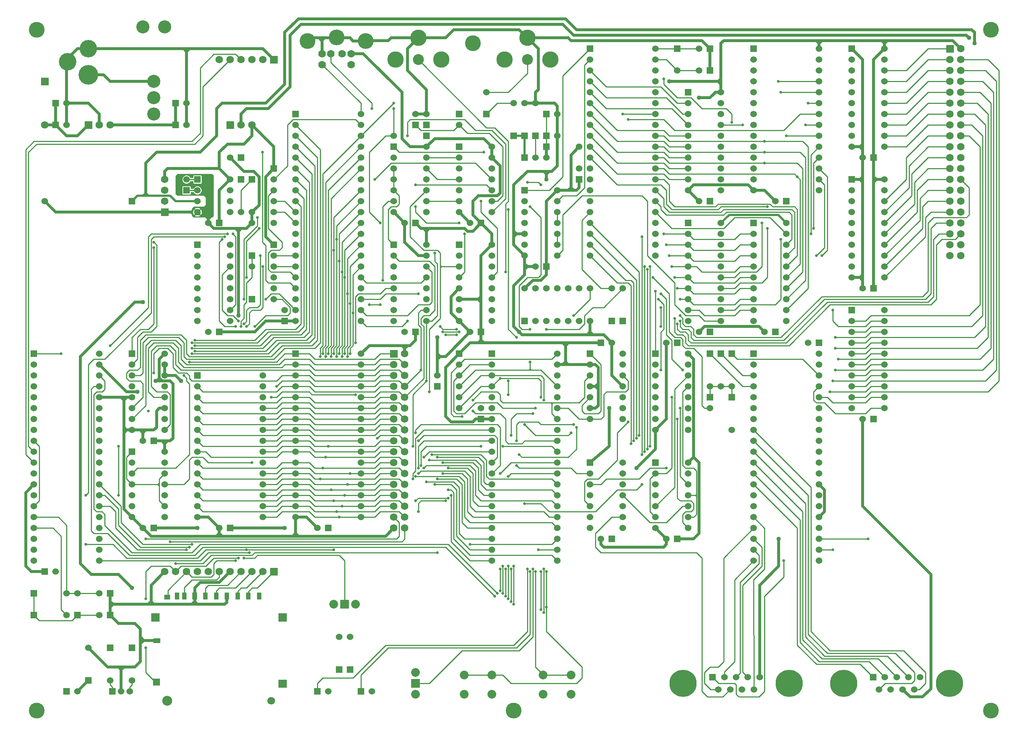
<source format=gbr>
G04 start of page 2 for group 0 idx 0 *
G04 Title: Ultim809, component *
G04 Creator: pcb 20091103 *
G04 CreationDate: Tue Apr  5 07:19:05 2011 UTC *
G04 For: matt *
G04 Format: Gerber/RS-274X *
G04 PCB-Dimensions: 900000 650000 *
G04 PCB-Coordinate-Origin: lower left *
%MOIN*%
%FSLAX25Y25*%
%LNFRONT*%
%ADD11C,0.0200*%
%ADD12C,0.0100*%
%ADD13C,0.0250*%
%ADD14C,0.0600*%
%ADD15C,0.0680*%
%ADD16C,0.2500*%
%ADD17C,0.1000*%
%ADD18C,0.1500*%
%ADD19C,0.0700*%
%ADD20C,0.1450*%
%ADD21C,0.0800*%
%ADD22C,0.0909*%
%ADD23C,0.0712*%
%ADD24C,0.1200*%
%ADD25C,0.1600*%
%ADD26C,0.1800*%
%ADD27C,0.0400*%
%ADD28R,0.0413X0.0413*%
%ADD29R,0.0433X0.0433*%
%ADD30C,0.0300*%
%ADD31C,0.0380*%
%ADD32C,0.0350*%
%ADD33C,0.1250*%
%ADD34C,0.1100*%
%ADD35C,0.0900*%
%ADD36C,0.0709*%
%ADD37C,0.0512*%
%ADD38C,0.0150*%
G54D11*G36*
X163279Y505000D02*X173500D01*
X175000Y503500D01*
Y466500D01*
X173500Y465000D01*
X163279D01*
Y467895D01*
X163355Y467934D01*
X163424Y467986D01*
X163484Y468050D01*
X163531Y468123D01*
X163686Y468449D01*
X163811Y468789D01*
X163905Y469138D01*
X163967Y469494D01*
X163997Y469855D01*
X163994Y470216D01*
X163958Y470576D01*
X163890Y470931D01*
X163790Y471279D01*
X163659Y471616D01*
X163498Y471940D01*
X163499Y471939D01*
X163450Y472011D01*
X163390Y472074D01*
X163319Y472126D01*
X163279Y472145D01*
Y475000D01*
X166000D01*
X167500Y476500D01*
Y483500D01*
X166000Y485000D01*
X163279D01*
Y488083D01*
X163291Y488100D01*
X163571Y488700D01*
X163742Y489340D01*
X163800Y490000D01*
X163742Y490660D01*
X163571Y491300D01*
X163291Y491900D01*
X163279Y491917D01*
Y496250D01*
X163400Y496307D01*
X163514Y496387D01*
X163613Y496486D01*
X163693Y496600D01*
X163752Y496726D01*
X163788Y496861D01*
X163800Y497000D01*
Y503000D01*
X163788Y503139D01*
X163752Y503274D01*
X163693Y503400D01*
X163613Y503514D01*
X163514Y503613D01*
X163400Y503693D01*
X163279Y503750D01*
Y505000D01*
G37*
G36*
Y491917D02*X162911Y492443D01*
X162443Y492911D01*
X161900Y493291D01*
X161300Y493571D01*
X160660Y493742D01*
X160027Y493798D01*
Y496200D01*
X163000D01*
X163139Y496212D01*
X163274Y496248D01*
X163279Y496250D01*
Y491917D01*
G37*
G36*
Y485000D02*X160027D01*
Y486202D01*
X160660Y486258D01*
X161300Y486429D01*
X161900Y486709D01*
X162443Y487089D01*
X162911Y487557D01*
X163279Y488083D01*
Y485000D01*
G37*
G36*
Y465000D02*X160027D01*
Y466004D01*
X160215Y466006D01*
X160575Y466042D01*
X160930Y466110D01*
X161278Y466210D01*
X161615Y466341D01*
X161939Y466502D01*
X161938Y466501D01*
X162010Y466550D01*
X162073Y466610D01*
X162125Y466681D01*
X162163Y466759D01*
X162187Y466843D01*
X162196Y466930D01*
X162190Y467017D01*
X162169Y467101D01*
X162134Y467181D01*
X162085Y467253D01*
X162025Y467316D01*
X161954Y467368D01*
X161876Y467406D01*
X161792Y467430D01*
X161705Y467439D01*
X161618Y467433D01*
X161534Y467412D01*
X161454Y467377D01*
X161211Y467256D01*
X160958Y467158D01*
X160698Y467083D01*
X160431Y467032D01*
X160161Y467005D01*
X160027Y467004D01*
Y472998D01*
X160109Y472999D01*
X160379Y472976D01*
X160646Y472930D01*
X160908Y472859D01*
X161163Y472766D01*
X161408Y472649D01*
X161409Y472650D01*
X161489Y472616D01*
X161574Y472597D01*
X161661Y472592D01*
X161747Y472603D01*
X161830Y472628D01*
X161908Y472668D01*
X161977Y472720D01*
X162037Y472784D01*
X162084Y472857D01*
X162118Y472937D01*
X162137Y473022D01*
X162142Y473109D01*
X162131Y473195D01*
X162106Y473278D01*
X162066Y473356D01*
X162014Y473425D01*
X161950Y473485D01*
X161877Y473532D01*
X161551Y473687D01*
X161211Y473812D01*
X160862Y473906D01*
X160506Y473968D01*
X160145Y473998D01*
X160027Y473997D01*
Y475000D01*
X163279D01*
Y472145D01*
X163241Y472164D01*
X163157Y472188D01*
X163070Y472197D01*
X162983Y472191D01*
X162899Y472170D01*
X162819Y472135D01*
X162747Y472086D01*
X162684Y472026D01*
X162632Y471955D01*
X162594Y471877D01*
X162570Y471793D01*
X162561Y471706D01*
X162567Y471619D01*
X162588Y471535D01*
X162623Y471455D01*
X162744Y471212D01*
X162842Y470959D01*
X162917Y470699D01*
X162968Y470432D01*
X162995Y470162D01*
X162998Y469891D01*
X162975Y469621D01*
X162929Y469354D01*
X162858Y469092D01*
X162765Y468837D01*
X162648Y468592D01*
X162649Y468591D01*
X162615Y468511D01*
X162596Y468426D01*
X162591Y468339D01*
X162602Y468253D01*
X162627Y468170D01*
X162667Y468092D01*
X162719Y468023D01*
X162783Y467963D01*
X162856Y467916D01*
X162936Y467882D01*
X163021Y467863D01*
X163108Y467858D01*
X163194Y467869D01*
X163277Y467894D01*
X163279Y467895D01*
Y465000D01*
G37*
G36*
X160027Y505000D02*X163279D01*
Y503750D01*
X163274Y503752D01*
X163139Y503788D01*
X163000Y503800D01*
X160027D01*
Y505000D01*
G37*
G36*
Y493798D02*X160000Y493800D01*
X159340Y493742D01*
X158700Y493571D01*
X158100Y493291D01*
X157557Y492911D01*
X157089Y492443D01*
X156709Y491900D01*
X156522Y491500D01*
X155000D01*
Y498500D01*
X156200D01*
Y497000D01*
X156212Y496861D01*
X156248Y496726D01*
X156307Y496600D01*
X156387Y496486D01*
X156486Y496387D01*
X156600Y496307D01*
X156726Y496248D01*
X156861Y496212D01*
X157000Y496200D01*
X160027D01*
Y493798D01*
G37*
G36*
Y485000D02*X155000D01*
Y488500D01*
X156522D01*
X156709Y488100D01*
X157089Y487557D01*
X157557Y487089D01*
X158100Y486709D01*
X158700Y486429D01*
X159340Y486258D01*
X160000Y486200D01*
X160027Y486202D01*
Y485000D01*
G37*
G36*
Y465000D02*X156720D01*
Y467856D01*
X156758Y467837D01*
X156842Y467813D01*
X156929Y467804D01*
X157016Y467810D01*
X157100Y467831D01*
X157180Y467866D01*
X157252Y467915D01*
X157315Y467975D01*
X157367Y468046D01*
X157405Y468124D01*
X157429Y468208D01*
X157438Y468295D01*
X157432Y468382D01*
X157411Y468466D01*
X157376Y468546D01*
X157255Y468789D01*
X157157Y469042D01*
X157082Y469302D01*
X157031Y469569D01*
X157004Y469839D01*
X157001Y470110D01*
X157024Y470380D01*
X157070Y470647D01*
X157141Y470909D01*
X157234Y471164D01*
X157351Y471409D01*
X157350Y471410D01*
X157384Y471490D01*
X157403Y471575D01*
X157408Y471662D01*
X157397Y471748D01*
X157372Y471831D01*
X157332Y471909D01*
X157280Y471978D01*
X157216Y472038D01*
X157143Y472085D01*
X157063Y472119D01*
X156978Y472138D01*
X156891Y472143D01*
X156805Y472132D01*
X156722Y472107D01*
X156720Y472106D01*
Y475000D01*
X160027D01*
Y473997D01*
X159784Y473995D01*
X159424Y473959D01*
X159069Y473891D01*
X158721Y473791D01*
X158384Y473660D01*
X158060Y473499D01*
X158061Y473500D01*
X157989Y473451D01*
X157926Y473391D01*
X157874Y473320D01*
X157836Y473242D01*
X157812Y473158D01*
X157803Y473071D01*
X157809Y472984D01*
X157830Y472900D01*
X157865Y472820D01*
X157914Y472748D01*
X157974Y472685D01*
X158045Y472633D01*
X158123Y472595D01*
X158207Y472571D01*
X158294Y472562D01*
X158381Y472568D01*
X158465Y472589D01*
X158545Y472624D01*
X158788Y472745D01*
X159041Y472843D01*
X159301Y472918D01*
X159568Y472969D01*
X159838Y472996D01*
X160027Y472998D01*
Y467004D01*
X159890Y467002D01*
X159620Y467025D01*
X159353Y467071D01*
X159091Y467142D01*
X158836Y467235D01*
X158591Y467352D01*
X158590Y467351D01*
X158510Y467385D01*
X158425Y467404D01*
X158338Y467409D01*
X158252Y467398D01*
X158169Y467373D01*
X158091Y467333D01*
X158022Y467281D01*
X157962Y467217D01*
X157915Y467144D01*
X157881Y467064D01*
X157862Y466979D01*
X157857Y466892D01*
X157868Y466806D01*
X157893Y466723D01*
X157933Y466645D01*
X157985Y466576D01*
X158049Y466516D01*
X158122Y466469D01*
X158448Y466314D01*
X158788Y466189D01*
X159137Y466095D01*
X159493Y466033D01*
X159854Y466003D01*
X160027Y466004D01*
Y465000D01*
G37*
G36*
X156720D02*X156500D01*
X155000Y466500D01*
Y473500D01*
X156500Y475000D01*
X156720D01*
Y472106D01*
X156644Y472067D01*
X156575Y472015D01*
X156515Y471951D01*
X156468Y471878D01*
X156313Y471552D01*
X156188Y471212D01*
X156094Y470863D01*
X156032Y470507D01*
X156002Y470146D01*
X156005Y469785D01*
X156041Y469425D01*
X156109Y469070D01*
X156209Y468722D01*
X156340Y468385D01*
X156501Y468061D01*
X156500Y468062D01*
X156549Y467990D01*
X156609Y467927D01*
X156680Y467875D01*
X156720Y467856D01*
Y465000D01*
G37*
G36*
X155000Y505000D02*X160027D01*
Y503800D01*
X157000D01*
X156861Y503788D01*
X156726Y503752D01*
X156600Y503693D01*
X156486Y503613D01*
X156387Y503514D01*
X156307Y503400D01*
X156248Y503274D01*
X156212Y503139D01*
X156200Y503000D01*
Y501500D01*
X155000D01*
Y505000D01*
G37*
G36*
X141500D02*X155000D01*
Y501500D01*
X153478D01*
X153291Y501900D01*
X152911Y502443D01*
X152443Y502911D01*
X151900Y503291D01*
X151300Y503571D01*
X150660Y503742D01*
X150000Y503800D01*
X149340Y503742D01*
X148700Y503571D01*
X148100Y503291D01*
X147557Y502911D01*
X147089Y502443D01*
X146709Y501900D01*
X146429Y501300D01*
X146258Y500660D01*
X146200Y500000D01*
X146258Y499340D01*
X146429Y498700D01*
X146709Y498100D01*
X147089Y497557D01*
X147557Y497089D01*
X148100Y496709D01*
X148700Y496429D01*
X149340Y496258D01*
X150000Y496200D01*
X150660Y496258D01*
X151300Y496429D01*
X151900Y496709D01*
X152443Y497089D01*
X152911Y497557D01*
X153291Y498100D01*
X153478Y498500D01*
X155000D01*
Y491500D01*
X153800D01*
Y493000D01*
X153788Y493139D01*
X153752Y493274D01*
X153693Y493400D01*
X153613Y493514D01*
X153514Y493613D01*
X153400Y493693D01*
X153274Y493752D01*
X153139Y493788D01*
X153000Y493800D01*
X147000D01*
X146861Y493788D01*
X146726Y493752D01*
X146600Y493693D01*
X146486Y493613D01*
X146387Y493514D01*
X146307Y493400D01*
X146248Y493274D01*
X146212Y493139D01*
X146200Y493000D01*
Y487000D01*
X146212Y486861D01*
X146248Y486726D01*
X146307Y486600D01*
X146387Y486486D01*
X146486Y486387D01*
X146600Y486307D01*
X146726Y486248D01*
X146861Y486212D01*
X147000Y486200D01*
X153000D01*
X153139Y486212D01*
X153274Y486248D01*
X153400Y486307D01*
X153514Y486387D01*
X153613Y486486D01*
X153693Y486600D01*
X153752Y486726D01*
X153788Y486861D01*
X153800Y487000D01*
Y488500D01*
X155000D01*
Y485000D01*
X141500D01*
X140000Y486500D01*
Y503500D01*
X141500Y505000D01*
G37*
G36*
X153500Y469000D02*Y471000D01*
X155000Y472500D01*
Y467500D01*
X153500Y469000D01*
G37*
G54D12*X490000Y210000D02*X485000Y215000D01*
X515000Y222500D02*X517500Y225000D01*
X527500D01*
X520000Y230000D02*X507500D01*
X490000Y200000D02*X485000Y205000D01*
X525000Y195000D02*X482500D01*
Y190000D02*X477500Y195000D01*
X482500D02*X475000Y202500D01*
X460000D02*X475000D01*
X490000Y180000D02*X485000Y185000D01*
X490000Y190000D02*X482500D01*
X490000Y170000D02*X485000Y165000D01*
X490000Y160000D02*X472500D01*
G54D13*X530000Y170000D02*Y165000D01*
X532500Y162500D01*
G54D12*X525000Y175000D02*Y162500D01*
X530000Y157500D01*
X540000Y190000D02*X525000Y175000D01*
X475000Y140000D02*Y105000D01*
X480000Y107500D02*Y140000D01*
X447500Y142500D02*Y112500D01*
X450000Y145000D02*Y110000D01*
X442500Y142500D02*Y117500D01*
X445000Y145000D02*Y115000D01*
X490000Y150000D02*X485000Y155000D01*
X437500Y142500D02*Y122500D01*
X440000Y120000D02*Y145000D01*
X507500Y230000D02*X502500Y235000D01*
X500000Y245000D02*X507500Y252500D01*
G54D13*X537500Y255000D02*X520000Y240000D01*
G54D12*X527500Y225000D02*X545000Y242500D01*
Y267500D01*
X507500Y252500D02*Y272500D01*
X490000Y220000D02*X485000Y225000D01*
Y255000D02*X490000Y250000D01*
X502500Y235000D02*X455000D01*
Y247500D02*X457500Y245000D01*
X500000D01*
X440000Y255000D02*X485000D01*
X447500Y230000D02*X490000D01*
Y240000D02*X447500D01*
Y230000D02*X445000Y227500D01*
X455000Y235000D02*X452500Y237500D01*
X505000Y275000D02*X475000D01*
X470000Y265000D02*X500000D01*
X502500Y267500D01*
X460000Y275000D02*X470000Y265000D01*
X452500Y260000D02*Y275000D01*
X490000Y260000D02*X460000D01*
X457500Y257500D01*
X445000D01*
X442500Y260000D01*
X437500Y272500D02*X435000Y275000D01*
X430000Y260000D02*X367500D01*
X432500Y265000D02*X367500D01*
Y270000D02*X430000D01*
X437500Y237500D02*Y272500D01*
X430000Y240000D02*X435000Y245000D01*
Y262500D01*
X432500Y265000D01*
X435000Y275000D02*X365000D01*
X415000Y242500D02*X372500D01*
X420000Y247500D02*X375000D01*
X365000Y237500D02*Y250000D01*
X370000Y255000D01*
X420000D01*
X430000Y250000D02*X372500D01*
X412500Y240000D02*X385000D01*
X422500D02*X417500Y245000D01*
X425000Y242500D02*X420000Y247500D01*
X372500Y250000D02*X367500Y245000D01*
X420000Y237500D02*X415000Y242500D01*
X422500Y240000D02*Y222500D01*
X410000Y227500D02*X405000Y232500D01*
X412500Y230000D02*X407500Y235000D01*
X430000Y220000D02*X427500D01*
X430000D02*X427500D01*
X430000D02*X427500D01*
Y225000D02*X425000Y227500D01*
Y242500D01*
X427500Y220000D02*X425000D01*
X400000Y227500D02*X360000D01*
X410000Y237500D02*X370000D01*
X395000Y222500D02*X370000D01*
X397500Y225000D02*X380000D01*
X405000Y232500D02*X365000D01*
X370000Y237500D02*X367500Y235000D01*
X405000Y222500D02*X400000Y227500D01*
X377500Y220000D02*X392500D01*
X417500Y245000D02*X380000D01*
X407500Y235000D02*X390000D01*
X417500D02*X412500Y240000D01*
X402500Y230000D02*X385000D01*
X407500Y225000D02*X402500Y230000D01*
X407500Y200000D02*Y225000D01*
Y197500D02*Y200000D01*
X390000Y207500D02*X362500D01*
X360000Y205000D01*
X387500D02*X365000D01*
X362500Y202500D01*
Y195000D01*
X485000Y205000D02*X420000D01*
X485000Y215000D02*X425000D01*
X485000Y185000D02*X410000D01*
X477500Y195000D02*X415000D01*
X422500Y210000D02*X417500Y215000D01*
X485000Y225000D02*X427500D01*
X430000Y180000D02*X407500D01*
X430000Y170000D02*X405000D01*
X430000Y150000D02*X410000D01*
X390000Y165000D02*X435000Y120000D01*
X430000Y190000D02*X412500D01*
X410000Y185000D02*X405000Y190000D01*
X392500Y167500D02*X410000Y150000D01*
X395000Y170000D02*X410000Y155000D01*
X397500Y172500D02*X410000Y160000D01*
X407500Y180000D02*X402500Y185000D01*
X405000Y170000D02*X400000Y175000D01*
X430000Y230000D02*X437500Y237500D01*
X415000Y232500D02*X410000Y237500D01*
X430000Y200000D02*X417500D01*
X430000Y210000D02*X422500D01*
X420000Y220000D02*Y237500D01*
X425000Y220000D02*X422500Y222500D01*
X417500Y215000D02*Y235000D01*
X425000Y215000D02*X420000Y220000D01*
X415000Y210000D02*Y232500D01*
X410000Y200000D02*Y227500D01*
X412500Y230000D02*Y205000D01*
X447500Y240000D02*X437500Y230000D01*
X420000Y205000D02*X415000Y210000D01*
X417500Y200000D02*X412500Y205000D01*
Y190000D02*X407500Y195000D01*
X415000D02*X410000Y200000D01*
X407500Y195000D02*Y197500D01*
Y200000D01*
X405000Y190000D02*Y222500D01*
X397500Y215000D02*Y172500D01*
X402500Y220000D02*Y185000D01*
X400000Y217500D02*Y175000D01*
X392500Y210000D02*Y167500D01*
X390000Y215000D02*X392500D01*
X395000Y170000D02*Y212500D01*
X402500Y220000D02*X397500Y225000D01*
X400000Y217500D02*X395000Y222500D01*
X392500Y220000D02*X397500Y215000D01*
X392500D02*X395000Y212500D01*
X616500Y210000D02*X617500Y209000D01*
G54D13*X620000Y175000D02*Y240000D01*
G54D12*X616500Y210000D02*X617500D01*
Y209000D02*Y192500D01*
Y211000D02*Y210000D01*
Y209000D01*
X602500Y205000D02*X612500D01*
X605000Y185000D02*Y192500D01*
X602500Y227500D02*X610000Y220000D01*
G54D13*X580000Y180000D02*X590000Y170000D01*
G54D12*X617500Y157500D02*X622500Y152500D01*
G54D13*X532500Y162500D02*X587500D01*
G54D12*X530000Y157500D02*X617500D01*
G54D13*X587500Y162500D02*X590000Y165000D01*
Y170000D01*
G54D12*X580000Y200000D02*X597500Y217500D01*
G54D13*X615000Y170000D02*X620000Y175000D01*
X600000Y170000D02*X615000D01*
G54D12*X550000Y190000D02*X540000D01*
X562500Y215000D02*X545000D01*
X525000Y195000D01*
G54D13*X580000Y252500D02*X562500Y235000D01*
X615000Y245000D02*X610000Y240000D01*
X615000Y245000D02*X620000Y240000D01*
G54D12*X575000Y235000D02*X590000D01*
X567500Y220000D02*X562500Y215000D01*
X590000Y230000D02*X595000Y235000D01*
X580000Y230000D02*X590000D01*
G54D13*X580000Y270000D02*Y252500D01*
G54D12*X615000Y235000D02*X617500Y232500D01*
X605000Y237500D02*X607500Y235000D01*
X615000D01*
X485000Y155000D02*X410000D01*
X485000Y165000D02*X410000D01*
X430000Y160000D02*X410000D01*
X387500Y162500D02*X432500Y117500D01*
X465000Y140000D02*Y82500D01*
X462500Y142500D02*Y85000D01*
X450000Y72500D01*
X467500Y142500D02*Y80000D01*
X480000Y85000D02*Y107500D01*
X512500Y52500D02*X480000Y85000D01*
G54D13*X430000Y45217D02*X432717D01*
G54D12*X430000D01*
X404409D01*
X502500D02*X476909D01*
Y45591D01*
X470000Y52500D01*
X507500Y37500D02*X512500Y42500D01*
X447500Y37500D02*X507500D01*
X512500Y42500D02*Y52500D01*
X470000Y140000D02*Y52500D01*
X520000Y220000D02*X530000D01*
X535000Y225000D01*
X520000Y200000D02*X515000Y205000D01*
Y222500D01*
X535000Y225000D02*X565000D01*
X575000Y195000D02*X580000Y190000D01*
X550000Y210000D02*X575000Y185000D01*
X565000Y225000D02*X575000Y235000D01*
Y225000D02*Y195000D01*
G54D13*X537500Y290000D02*Y255000D01*
G54D12*X555000Y277500D02*X545000Y267500D01*
X580000Y230000D02*X575000Y225000D01*
X520000Y280000D02*X530000D01*
X540000Y400000D02*X530000D01*
X550000D02*X532500Y382500D01*
X522500D01*
X515000Y375000D01*
X605000Y200000D02*X590000Y185000D01*
X610000Y180000D02*X605000Y185000D01*
Y192500D02*X607500Y195000D01*
X610000Y200000D02*X605000D01*
X575000Y185000D02*X590000D01*
X610000Y190000D02*X615000D01*
X617500Y192500D01*
X600000Y207500D02*X602500Y205000D01*
X612500D02*X615000Y202500D01*
Y197500D01*
X612500Y195000D01*
X607500D01*
X610000Y210000D02*X616500D01*
X602500Y290000D02*Y227500D01*
X600000Y280000D02*Y207500D01*
X597500Y307500D02*Y217500D01*
X595000Y300000D02*Y235000D01*
X617500Y232500D02*Y211000D01*
X622500Y292500D02*Y337500D01*
X616500Y210000D02*X617500Y211000D01*
X605000Y325000D02*X595000Y335000D01*
X695000Y355000D02*X732500Y392500D01*
X697500Y352500D02*X735000Y390000D01*
X700000Y380000D02*X720000Y400000D01*
X690000Y385000D02*X695000Y390000D01*
X680000Y180000D02*Y179900D01*
X742500Y380000D02*Y370000D01*
G54D13*X735000Y195000D02*X730000Y190000D01*
X735000Y215000D02*Y195000D01*
X730000Y220000D02*X735000Y215000D01*
G54D12*X737500Y300000D02*X730000D01*
Y160000D02*X742500D01*
X702500Y347500D02*X740000Y385000D01*
X700000Y350000D02*X737500Y387500D01*
X715000Y335000D02*X730000Y320000D01*
X725000Y305000D02*Y297500D01*
X727500Y295000D01*
X735000D01*
X730000Y310000D02*X725000Y305000D01*
G54D13*X610000Y340000D02*X615000Y335000D01*
G54D12*Y345000D02*X622500Y337500D01*
X592500Y360000D02*X597500Y355000D01*
X607500Y350000D02*Y355000D01*
X603000D02*X605000Y353000D01*
Y357500D02*X600000D01*
X612500Y355000D02*Y360000D01*
X615000Y352500D02*X612500Y355000D01*
Y360000D02*X610000Y362500D01*
X615000Y357500D02*X617500Y355000D01*
X615000Y362500D02*Y357500D01*
X657500Y400000D02*X670000D01*
X652500Y395000D02*X657500Y400000D01*
X640000D02*X652500D01*
X670000Y390000D02*X657500D01*
X652500Y385000D01*
X657500D02*X690000D01*
X652500Y380000D02*X657500Y385000D01*
X670000Y380000D02*X657500D01*
G54D13*X675000Y365000D02*X680000Y360000D01*
G54D12*X695000Y355000D02*X617500D01*
G54D13*X625000Y365000D02*X675000D01*
G54D12*X640000Y370000D02*X625000D01*
Y375000D02*X652500D01*
X615000Y385000D02*X652500D01*
X657500Y380000D02*X652500Y375000D01*
X640000Y380000D02*X652500D01*
X697500Y352500D02*X615000D01*
X702500Y347500D02*X610000D01*
X655000Y335000D02*X715000D01*
X612500Y350000D02*X700000D01*
X620000Y375000D02*X607500D01*
X620000Y380000D02*X625000Y375000D01*
X602500Y365000D02*Y370000D01*
X610000Y380000D02*X620000D01*
X625000Y370000D02*X620000Y375000D01*
X607500Y365000D02*X612500D01*
X615000Y385000D02*X610000Y390000D01*
X592500Y395000D02*Y360000D01*
G54D13*X620000D02*X625000Y365000D01*
G54D12*X612500D02*X615000Y362500D01*
X580000Y340000D02*Y397500D01*
X670000Y320000D02*X660000D01*
Y310000D02*X670000D01*
X660000Y320000D02*X640000Y340000D01*
X650000D02*X655000Y335000D01*
X630000Y340000D02*X660000Y310000D01*
X640000D02*X650000D01*
X630000Y300000D02*Y310000D01*
X640000D01*
X650000D02*Y300000D01*
X630000Y290000D02*X625000D01*
X622500Y292500D01*
X790000Y330000D02*X777500D01*
X772500Y325000D01*
X790000Y320000D02*X777500D01*
X772500Y315000D01*
Y320000D02*X777500Y325000D01*
X772500Y310000D02*X777500Y315000D01*
Y310000D02*X772500Y305000D01*
X790000Y300000D02*X777500D01*
X772500Y295000D01*
Y300000D02*X777500Y305000D01*
X790000Y310000D02*X777500D01*
Y305000D02*X800000D01*
X802500D01*
G54D13*X770000Y280000D02*Y200000D01*
G54D12*X772500Y315000D02*X742500D01*
X772500Y305000D02*X740000D01*
X760000Y310000D02*X772500D01*
X760000Y300000D02*X772500D01*
X777500Y290000D02*X772500Y285000D01*
X790000Y290000D02*X777500D01*
X772500Y285000D02*X745000D01*
X735000Y295000D02*X745000Y285000D01*
X737500Y300000D02*X742500Y295000D01*
X772500D02*X742500D01*
X730000Y170000D02*X775000D01*
X767600Y55000D02*X727500D01*
X775900Y57500D02*X730000D01*
X784200Y60000D02*X732500D01*
X792500Y62500D02*X735000D01*
X807500Y67500D02*X740000D01*
X800000Y65000D02*X737500D01*
G54D13*X770000Y200000D02*X832500Y137500D01*
Y32500D02*Y137500D01*
X825000Y25000D02*X832500Y32500D01*
G54D12*X827500Y37500D02*Y47500D01*
X779500Y43100D02*X767600Y55000D01*
X790300Y43100D02*X775900Y57500D01*
X784900Y31900D02*X790500Y37500D01*
X817300Y31900D02*X821900D01*
G54D13*X806500D02*X813400Y25000D01*
X825000D01*
G54D12*X821900Y31900D02*X827500Y37500D01*
Y47500D02*X807500Y67500D01*
X801100Y43100D02*X784200Y60000D01*
X811900Y43100D02*X792500Y62500D01*
X817500Y47500D02*X800000Y65000D01*
X790500Y37500D02*X815000D01*
X817500Y40000D01*
Y47500D01*
X670000Y170000D02*X677500Y162500D01*
X675000Y155000D02*X670000Y160000D01*
X680000Y179900D02*X670000Y190000D01*
X642500Y152500D02*X670000Y180000D01*
Y220000D02*X710000Y180000D01*
X717500Y202500D02*X670000Y250000D01*
X720000Y210000D02*X670000Y260000D01*
Y270000D02*X722500Y217500D01*
X712500Y187500D02*X670000Y230000D01*
X715000Y195000D02*X670000Y240000D01*
X727500Y55000D02*X710000Y72500D01*
X730000Y57500D02*X712500Y75000D01*
X732500Y60000D02*X715000Y77500D01*
X735000Y62500D02*X717500Y80000D01*
X740000Y67500D02*X722500Y85000D01*
X737500Y65000D02*X720000Y82500D01*
X680000Y30000D02*Y117500D01*
G54D13*X675500Y43100D02*Y127500D01*
G54D12*X670100Y31900D02*X670000Y132500D01*
X675000Y155000D02*Y147500D01*
X680000Y142500D02*X670000Y132500D01*
X637700Y31900D02*X630600D01*
X642500Y57500D02*Y152500D01*
X622500Y30000D02*Y152500D01*
X627500Y25000D02*X622500Y30000D01*
X632300Y43100D02*X637900Y37500D01*
X630600Y31900D02*X625000Y37500D01*
Y47500D01*
X630000Y52500D01*
X637500D01*
X642500Y57500D01*
X643100Y43100D02*Y48100D01*
X652500Y57500D01*
X653900Y43100D02*X657500Y46700D01*
X670000Y150000D02*X652500Y132500D01*
X675000Y147500D02*X657500Y130000D01*
X677500Y145000D02*X660000Y127500D01*
X664700Y43100D02*X660000Y47800D01*
X675000Y25000D02*X656500D01*
X712500Y75000D02*Y187500D01*
X715000Y77500D02*Y195000D01*
X717500Y80000D02*Y202500D01*
X720000Y82500D02*Y210000D01*
X722500Y217500D02*Y85000D01*
X710000Y180000D02*Y72500D01*
X697500Y135000D02*X680000Y117500D01*
X677500Y162500D02*Y145000D01*
G54D13*X693000Y170000D02*Y145000D01*
X675500Y127500D01*
G54D12*X697500Y150000D02*Y135000D01*
X680000Y179900D02*Y142500D01*
G54D13*X780000Y610000D02*Y520000D01*
X770000Y532500D02*Y610000D01*
Y530000D02*Y532500D01*
X767500Y530000D02*X770000D01*
Y527500D02*Y530000D01*
X872500Y625000D02*Y635000D01*
X865000Y632500D02*X867500Y630000D01*
X872500Y635000D02*X870000Y637500D01*
X860000Y620000D02*X852500Y627500D01*
G54D12*X860000Y610000D02*X885000D01*
X895000Y600000D01*
G54D13*X790000Y625000D02*X792500Y627500D01*
X790000Y625000D02*Y627500D01*
X792500D02*X790000D01*
X760000Y620000D02*X770000Y610000D01*
X780000D02*X790000Y620000D01*
Y625000D01*
X787500Y627500D02*X790000Y625000D01*
Y627500D02*X787500D01*
G54D12*X790000Y600000D02*X810000D01*
X790000Y590000D02*X810000D01*
X790000Y580000D02*X810000D01*
X790000Y570000D02*X810000D01*
Y600000D02*X830000Y620000D01*
X850000D01*
X810000Y590000D02*X830000Y610000D01*
X850000D01*
X830000Y590000D02*X850000D01*
G54D13*X852500Y627500D02*X792500D01*
G54D12*X810000Y580000D02*X830000Y600000D01*
X850000D01*
X810000Y570000D02*X830000Y590000D01*
Y580000D02*X850000D01*
X830000Y570000D02*X850000D01*
X830000Y560000D02*X850000D01*
X830000Y550000D02*X850000D01*
Y540000D02*X830000D01*
X870000Y550000D02*X880000Y540000D01*
G54D13*X780000Y520000D02*Y502500D01*
X790000Y500000D02*X782500D01*
X780000Y502500D02*X782500Y500000D01*
X780000D01*
Y502500D02*Y500000D01*
X782500D02*X780000Y497500D01*
Y500000D02*Y497500D01*
X760000Y500000D02*X762500D01*
X760000D02*X762500D01*
X760000D01*
X767500D02*X762500D01*
X770000Y502500D02*X767500Y500000D01*
X770000D02*X767500D01*
X770000Y497500D02*Y500000D01*
Y502500D01*
Y520000D01*
G54D12*X695000Y390000D02*Y445000D01*
X640000Y410000D02*X652500D01*
Y400000D02*X657500Y405000D01*
X652500D02*X657500Y410000D01*
X615000Y405000D02*X652500D01*
X615000Y395000D02*X652500D01*
Y410000D02*X657500Y415000D01*
Y420000D02*X670000D01*
X657500Y410000D02*X670000D01*
X652500Y415000D02*X657500Y420000D01*
X622500Y415000D02*X652500D01*
X672500D02*X677500Y420000D01*
X657500Y405000D02*X677500D01*
X682500Y410000D01*
X657500Y415000D02*X672500D01*
X657500Y440000D02*X670000D01*
X657500Y430000D02*X670000D01*
X652500Y435000D02*X657500Y440000D01*
X652500Y425000D02*X657500Y430000D01*
X587500Y535000D02*X592500Y530000D01*
Y535000D02*X587500Y540000D01*
X580000D01*
X602500Y390000D02*X610000D01*
X590000Y440000D02*X610000D01*
Y450000D02*X587500D01*
X615000Y395000D02*X610000Y400000D01*
X572500Y430000D02*X597500Y405000D01*
X557500Y407500D02*X552500D01*
X585000Y472500D02*X590000Y467500D01*
X595000Y455000D02*X580000Y470000D01*
X585000Y475000D02*X580000Y480000D01*
X592500Y495000D02*Y480000D01*
G54D13*X610000Y490000D02*X620000Y480000D01*
G54D12*X587500Y545000D02*X592500Y540000D01*
X677500Y460000D02*Y420000D01*
X615000Y445000D02*X652500D01*
X615000Y435000D02*X652500D01*
X615000Y425000D02*X652500D01*
Y445000D02*X657500Y450000D01*
X670000D01*
X642500Y455000D02*X595000D01*
X610000Y450000D02*X615000Y445000D01*
G54D13*Y495000D02*X665000D01*
G54D12*X595000Y472500D02*X637500D01*
X590000Y467500D02*X642500D01*
X645000Y470000D01*
X640000D02*X592500D01*
X597500Y475000D02*X635000D01*
X637500Y472500D02*X640000Y475000D01*
G54D13*X505000Y490000D02*X507500D01*
G54D12*X640000Y470000D02*X642500Y472500D01*
X685000Y477500D02*X637500D01*
X635000Y475000D01*
X640000D02*X682500D01*
G54D13*X665000Y495000D02*X670000Y490000D01*
X690000Y480000D02*X680000Y490000D01*
X670000D02*X680000D01*
G54D12*X707500Y505000D02*X592500D01*
G54D11*X647500Y467500D02*X692500D01*
X640000Y460000D02*X647500Y467500D01*
G54D12*X685000Y465000D02*X652500D01*
X642500Y455000D01*
X702500Y470000D02*X645000D01*
X642500Y472500D02*X705000D01*
X707500Y475000D02*X687500D01*
X685000Y477500D01*
X680000Y525000D02*X592500D01*
X680000Y535000D02*X592500D01*
X680000Y515000D02*X592500D01*
X720000Y400000D02*Y530000D01*
X735000Y495000D02*Y437500D01*
X737500Y502500D02*Y435000D01*
X717500Y407500D02*Y520000D01*
G54D13*X760000Y410000D02*X767500D01*
G54D12*X682500D02*Y455000D01*
X700000Y440000D02*X705000Y445000D01*
X700000Y430000D02*X707500Y437500D01*
X700000Y420000D02*X710000Y430000D01*
X700000Y410000D02*X712500Y422500D01*
X732500Y430000D02*X737500Y435000D01*
X735000Y437500D02*X727500Y430000D01*
X705000Y445000D02*Y467500D01*
X707500Y470000D02*X705000Y472500D01*
X707500Y437500D02*Y470000D01*
X710000Y430000D02*Y472500D01*
X712500Y422500D02*Y500000D01*
X710000Y502500D02*X707500Y505000D01*
X700000Y400000D02*X715000Y415000D01*
X700000Y390000D02*X717500Y407500D01*
X715000Y415000D02*Y510000D01*
G54D13*X770000Y520000D02*Y527500D01*
X767500Y500000D02*X770000Y497500D01*
Y412500D02*X767500Y410000D01*
X780000Y497500D02*Y400000D01*
X770000Y412500D02*Y497500D01*
X767500Y410000D02*X770000Y407500D01*
G54D12*X790000Y460000D02*X815000Y485000D01*
X790000Y450000D02*X817500Y477500D01*
X790000Y440000D02*X820000Y470000D01*
Y490000D02*X830000Y500000D01*
X822500Y482500D02*X830000Y490000D01*
X825000Y475000D02*X830000Y480000D01*
X827500Y465000D02*X832500Y470000D01*
X790000Y430000D02*X822500Y462500D01*
X790000Y420000D02*X825000Y455000D01*
X790000Y410000D02*X827500Y447500D01*
Y465000D01*
X830000Y460000D02*Y397500D01*
X832500Y455000D02*Y395000D01*
X815000Y485000D02*Y505000D01*
X817500Y477500D02*Y497500D01*
X820000Y470000D02*Y490000D01*
X822500Y462500D02*Y482500D01*
X825000Y455000D02*Y475000D01*
X730000Y540000D02*X700000D01*
X715000Y535000D02*X680000D01*
X710000Y515000D02*X680000D01*
X712500Y525000D02*X680000D01*
X717500Y520000D02*X712500Y525000D01*
G54D13*X760000Y530000D02*X767500D01*
X770000Y532500D02*X767500Y530000D01*
X770000Y527500D01*
G54D12*X720000Y530000D02*X715000Y535000D01*
X722500Y522500D02*Y450000D01*
X725000Y515000D02*Y455000D01*
X730000Y500000D02*X735000Y495000D01*
X705000Y467500D02*X702500Y470000D01*
X710000Y472500D02*X707500Y475000D01*
G54D11*X692500Y467500D02*X700000Y460000D01*
G54D12*Y450000D02*X685000Y465000D01*
X730000Y530000D02*X722500Y522500D01*
X730000Y520000D02*X725000Y515000D01*
X730000Y510000D02*X737500Y502500D01*
X712500Y500000D02*X710000Y502500D01*
X715000Y510000D02*X710000Y515000D01*
X790000Y560000D02*X810000D01*
X790000Y550000D02*X810000D01*
X790000Y540000D02*X810000D01*
X790000Y530000D02*X810000D01*
Y560000D02*X830000Y580000D01*
X810000Y550000D02*X830000Y570000D01*
X810000Y540000D02*X830000Y560000D01*
X810000Y530000D02*X830000Y550000D01*
Y540000D02*X810000Y520000D01*
Y500000D01*
X790000Y480000D01*
Y470000D02*X812500Y492500D01*
Y512500D01*
X830000Y530000D01*
X815000Y505000D02*X830000Y520000D01*
X817500Y497500D02*X830000Y510000D01*
Y530000D02*X850000D01*
X830000Y520000D02*X850000D01*
X830000Y510000D02*X850000D01*
X860000Y600000D02*X882500D01*
X860000Y590000D02*X880000D01*
X860000Y580000D02*X877500D01*
X882500Y600000D02*X892500Y590000D01*
X880000D02*X890000Y580000D01*
X877500D02*X887500Y570000D01*
X860000D02*X875000D01*
X860000Y560000D02*X872500D01*
X875000Y570000D02*X885000Y560000D01*
X872500D02*X882500Y550000D01*
X860000D02*X870000D01*
X860000Y540000D02*X867500D01*
X877500Y530000D01*
X892500Y590000D02*Y325000D01*
X882500Y550000D02*Y365000D01*
X887500Y570000D02*Y402500D01*
X885000Y560000D02*Y422500D01*
Y420000D01*
Y422500D01*
X895000Y600000D02*Y315000D01*
X880000Y540000D02*Y375000D01*
X890000Y580000D02*Y335000D01*
X877500Y530000D02*Y385000D01*
X830000Y500000D02*X850000D01*
X830000Y490000D02*X850000D01*
X860000Y500000D02*X867500Y492500D01*
Y467500D01*
X865000Y465000D01*
X835000D01*
X830000Y480000D02*X850000D01*
X832500Y470000D02*X850000D01*
Y450000D02*X840000D01*
X835000Y445000D01*
Y392500D01*
X842500Y445000D02*X837500Y440000D01*
X835000Y465000D02*X830000Y460000D01*
X850000D02*X837500D01*
X832500Y455000D01*
X860000Y450000D02*X855000Y445000D01*
X842500D01*
X837500Y440000D02*Y390000D01*
X730000Y550000D02*X717500D01*
X720000Y570000D02*X730000D01*
X695000Y580000D02*X730000D01*
X692500Y590000D02*X730000D01*
X712500Y560000D02*X697500Y545000D01*
X730000Y560000D02*X712500D01*
G54D13*X642500Y627500D02*X727500D01*
X730000Y620000D02*Y625000D01*
X727500Y627500D02*X730000Y625000D01*
Y627500D01*
X727500D02*X730000D01*
Y625000D02*X732500Y627500D01*
X730000D02*X732500D01*
G54D12*X650000Y552500D02*Y560000D01*
X645000Y565000D01*
X587500Y592500D02*Y587500D01*
X590000Y610000D02*X600000Y600000D01*
G54D13*X592500Y590000D02*X637500D01*
G54D12*X600000Y620000D02*X620000D01*
G54D13*X630000Y600000D02*Y620000D01*
X640000Y592500D02*X637500Y590000D01*
X640000Y625000D02*Y592500D01*
X637500Y590000D02*X640000D01*
Y592500D02*Y590000D01*
X642500Y627500D02*X640000Y625000D01*
X630000Y620000D02*X622500Y627500D01*
X870000Y637500D02*X507500D01*
X865000Y632500D02*X505000D01*
X732500Y627500D02*X787500D01*
X640000Y580000D02*Y587500D01*
X637500Y590000D01*
X640000Y580000D02*X635000D01*
X640000Y590000D02*Y587500D01*
Y580000D01*
G54D12*X597500Y545000D02*X697500D01*
X640000Y550000D02*X660000D01*
G54D13*X635000Y580000D02*X632500Y577500D01*
X620000Y575000D02*X630000D01*
X635000Y580000D01*
G54D12*X645000Y565000D02*X622500D01*
X610000Y560000D02*X605000D01*
G54D13*X417500Y390000D02*X420000Y387500D01*
Y430000D02*Y392500D01*
X417500Y390000D01*
X420000D01*
Y392500D02*Y390000D01*
Y387500D01*
G54D12*X400000Y410000D02*X405000Y415000D01*
X430000Y410000D02*X435000Y415000D01*
X405000D02*Y450000D01*
X435000Y415000D02*Y455000D01*
X445000Y472500D02*Y362500D01*
G54D13*X460000Y417500D02*Y412500D01*
Y422500D02*Y420000D01*
Y417500D01*
X452500Y450000D02*X450000D01*
Y447500D02*Y450000D01*
Y452500D02*Y495000D01*
Y450000D02*Y452500D01*
X400000Y390000D02*X417500D01*
X410000Y360000D02*X400000Y370000D01*
X392500Y377500D02*Y392500D01*
X400000Y400000D01*
X420000Y387500D02*Y360000D01*
X410000D02*X387500Y337500D01*
G54D12*Y357500D02*X397500D01*
X400000Y360000D02*X385000D01*
G54D13*X400000Y340000D02*X410000Y350000D01*
X417500D02*X410000D01*
X380000Y355000D02*Y340000D01*
Y337500D02*X382500D01*
X380000Y340000D02*X382500Y337500D01*
X380000Y340000D02*Y337500D01*
X382500D02*X387500D01*
X455000Y360000D02*X457500Y357500D01*
G54D12*X445000Y362500D02*X452500Y355000D01*
G54D13*X422500Y350000D02*X420000D01*
X417500D01*
X420000Y460000D02*X412500Y467500D01*
Y480000D01*
G54D12*X420000Y470000D02*Y480000D01*
X430000D02*X435000D01*
X360000Y475000D02*Y470000D01*
X370000Y460000D01*
X400000D01*
G54D13*X367500Y455000D02*X370000D01*
X372500D01*
X405000D01*
X370000Y452500D02*Y450000D01*
Y447500D02*Y440000D01*
Y450000D02*Y447500D01*
G54D12*X397500Y362500D02*X385000D01*
X382500Y365000D01*
G54D13*X420000Y360000D02*Y352500D01*
X417500Y350000D02*X420000Y352500D01*
X422500Y350000D01*
X420000Y352500D02*Y350000D01*
G54D12*X370000Y365000D02*Y370000D01*
X400000Y420000D02*X383500D01*
X382500Y419000D02*Y372500D01*
G54D13*X400000Y370000D02*X392500Y377500D01*
G54D12*X377500Y432500D02*Y425000D01*
X380000Y422500D01*
X383500Y420000D02*X382500Y421000D01*
X383500Y420000D02*X382500Y419000D01*
X383500Y420000D02*X382500D01*
Y421000D02*Y420000D01*
Y419000D01*
X430000Y330000D02*X410000D01*
G54D13*X387500Y327500D02*X400000Y340000D01*
G54D12*Y330000D02*X405000Y335000D01*
X410000Y330000D02*X400000Y320000D01*
X395000Y315000D01*
G54D13*X380000Y335000D02*Y320000D01*
X382500Y337500D02*X380000Y335000D01*
Y337500D02*Y335000D01*
G54D12*X430000Y310000D02*X437500Y317500D01*
X445000Y302500D02*Y315000D01*
X437500Y317500D02*X472500D01*
X475000Y320000D02*X477500Y317500D01*
Y297500D01*
X472500Y317500D02*X475000Y315000D01*
Y300000D01*
X430000Y320000D02*X475000D01*
X437500Y297500D02*X440000Y295000D01*
X435000Y305000D02*X437500Y302500D01*
Y297500D01*
X455000Y277500D02*X452500Y275000D01*
X455000Y277500D02*X472500D01*
X475000Y275000D01*
X442500Y260000D02*Y280000D01*
X447500Y265000D02*Y280000D01*
X435000Y295000D02*X440000Y290000D01*
X470000D01*
X447500Y280000D02*X452500Y285000D01*
X467500D01*
X430000Y310000D02*X420000D01*
Y320000D02*X430000D01*
X435000Y305000D02*X420000D01*
X442500Y280000D02*X437500Y285000D01*
X415000D01*
X412500Y287500D01*
X415000Y295000D02*X435000D01*
G54D13*X420000Y280000D02*X430000D01*
G54D12*X420000Y310000D02*X400000Y290000D01*
X420000Y320000D02*X400000Y300000D01*
Y310000D02*X415000Y325000D01*
X420000Y305000D02*X412500Y297500D01*
X405000Y285000D02*X415000Y295000D01*
X395000Y282500D02*X402500D01*
G54D13*X392500Y277500D02*X387500Y282500D01*
G54D12*X395000Y287500D02*X397500Y285000D01*
X392500D02*X395000Y282500D01*
X397500Y285000D02*X405000D01*
G54D13*X387500Y282500D02*Y327500D01*
G54D12*X395000Y315000D02*Y287500D01*
X400000Y330000D02*X392500Y322500D01*
Y285000D01*
G54D13*Y277500D02*X412500D01*
X415000Y280000D01*
X420000D01*
G54D12*X405000Y335000D02*X485000D01*
X415000Y325000D02*X464000D01*
X466000D02*X475000D01*
X484000Y295000D02*X485000Y294000D01*
Y295000D01*
X484000D01*
X465000Y332500D02*Y326000D01*
X464000Y325000D02*X465000Y326000D01*
Y325000D01*
X464000D02*X465000D01*
X466000D01*
X484000Y295000D02*X440000D01*
G54D13*X495000Y350000D02*X422500D01*
G54D12*X605000Y367500D02*Y372500D01*
X585000Y365000D02*Y382500D01*
X600000Y357500D02*X597500Y360000D01*
X575000Y255000D02*Y420000D01*
X557500Y257500D02*Y402500D01*
X560000Y260000D02*Y405000D01*
X562500Y262500D02*Y407500D01*
X565000Y265000D02*Y415000D01*
X572500Y252500D02*Y417500D01*
X567500Y247500D02*Y447500D01*
X570000Y250000D02*Y420000D01*
G54D13*X590000Y350000D02*Y280000D01*
X580000Y270000D01*
G54D12*X610000Y347500D02*X607500Y350000D01*
X595000Y335000D02*Y352500D01*
X607500Y345000D02*X615000D01*
X605000Y357500D02*X607500Y355000D01*
X610000Y357500D02*Y352500D01*
X607500Y360000D02*X610000Y357500D01*
G54D13*X615000Y335000D02*Y245000D01*
G54D12*X610000Y320000D02*X597500Y307500D01*
X610000Y310000D02*X605000Y305000D01*
Y237500D01*
X512500Y292500D02*Y287500D01*
X515000Y285000D01*
X520000Y300000D02*X512500Y292500D01*
X510000Y280000D02*X520000D01*
X510000Y295000D02*X515000Y300000D01*
Y315000D01*
X520000Y320000D01*
X490000Y290000D02*X500000D01*
X490000Y280000D02*X485000Y285000D01*
Y294000D01*
X486000Y295000D02*X510000D01*
X486000D02*X485000D01*
X500000Y290000D02*X510000Y280000D01*
X485000Y294000D02*X486000Y295000D01*
G54D13*X540000Y320000D02*Y350000D01*
X532500Y357500D02*X540000Y350000D01*
G54D12*X530000Y330000D02*X520000Y340000D01*
G54D13*X525000Y330000D02*X527500Y327500D01*
X457500Y357500D02*X517500D01*
G54D12*X455000Y365000D02*X457500Y362500D01*
X480000D02*X510000D01*
X455000Y402500D02*X462500Y410000D01*
X455000Y365000D02*Y402500D01*
X462500Y410000D02*X472500D01*
X475000Y412500D01*
X530000Y287500D02*Y330000D01*
X532500Y282500D02*Y302500D01*
X535000Y305000D01*
G54D13*X527500Y327500D02*Y312500D01*
G54D12*X552500Y305000D02*X555000Y307500D01*
X550000Y320000D02*X555000Y315000D01*
X535000Y305000D02*X552500D01*
G54D13*X550000Y310000D02*X540000Y320000D01*
G54D12*X555000Y315000D02*Y307500D01*
X515000Y285000D02*X527500D01*
X530000Y287500D01*
Y280000D02*X532500Y282500D01*
G54D13*X527500Y292500D02*X525000Y290000D01*
X520000D01*
Y310000D02*X525000D01*
X527500Y312500D02*X525000Y310000D01*
X527500Y307500D01*
X495000Y350000D02*X497500Y347500D01*
X500000Y350000D01*
X497500D02*X495000D01*
G54D12*X465000Y326000D02*X466000Y325000D01*
X475000D02*X490000Y310000D01*
X485000Y335000D02*X490000Y340000D01*
G54D13*X520000Y360000D02*X517500Y357500D01*
X520000Y360000D02*X522500Y357500D01*
X530000Y350000D02*X500000D01*
G54D12*X510000Y362500D02*X515000Y367500D01*
G54D13*X497500Y330000D02*Y332500D01*
Y337500D02*Y340000D01*
Y332500D02*X500000Y330000D01*
X495000D02*X497500Y332500D01*
X490000Y330000D02*X495000D01*
X497500D01*
G54D12*X475000Y412500D02*Y465000D01*
X465000Y475000D02*X475000Y465000D01*
G54D13*X462500Y420000D02*X470000D01*
X480000D02*Y412500D01*
G54D12*X475000Y495000D02*X472500Y497500D01*
X462500D01*
G54D13*X480000Y500000D02*Y505000D01*
X502500Y492500D02*Y490000D01*
X505000D01*
X500000D02*X502500D01*
X477500Y507500D02*X480000Y505000D01*
X482500Y507500D01*
X480000Y505000D02*Y507500D01*
X482500D02*X485000D01*
X477500D02*X480000D01*
X482500D01*
X490000Y560000D02*Y567500D01*
X470000Y570000D02*X487500D01*
G54D12*X480000Y540000D02*Y560000D01*
G54D13*X490000Y540000D02*Y560000D01*
X502500Y627500D02*X500000Y630000D01*
X462500D01*
X472500Y620000D02*Y582500D01*
X470000Y580000D01*
G54D12*X462500Y610000D02*Y597500D01*
X365000Y545000D02*X395000D01*
G54D13*X370000Y560000D02*Y582500D01*
G54D12*X362500Y610000D02*X425000Y547500D01*
X395000Y545000D02*X400000Y550000D01*
X435000Y570000D02*X425000Y560000D01*
X432500Y547500D02*X425000D01*
G54D13*X417500Y485000D02*X435000D01*
G54D12*X430000Y490000D02*X425000Y495000D01*
G54D13*X435000Y485000D02*X437500Y487500D01*
G54D12*X442500Y477500D02*X445000Y480000D01*
X435000D02*X440000Y485000D01*
G54D13*X430000Y520000D02*X437500Y512500D01*
G54D12*X415000Y515000D02*X430000Y500000D01*
G54D13*X437500Y512500D02*Y487500D01*
G54D12*X442500Y532500D02*Y482500D01*
X445000Y535000D02*Y480000D01*
Y535000D02*X432500Y547500D01*
G54D13*X465000Y630000D02*X464000D01*
X465000D01*
X455000Y637500D02*X395000D01*
X387500Y630000D01*
X455000Y637500D02*X472500Y620000D01*
G54D12*X425000Y580000D02*X445000D01*
X462500Y597500D02*X445000Y580000D01*
X837500Y390000D02*X832500Y385000D01*
X830000Y387500D02*X825000D01*
X765000D01*
X830000Y397500D02*X825000Y392500D01*
X832500Y395000D02*X827500Y390000D01*
X835000Y392500D02*X830000Y387500D01*
X790000Y360000D02*X777500D01*
X790000Y370000D02*X777500D01*
X772500Y365000D01*
Y360000D02*X777500Y365000D01*
X760000Y370000D02*X772500D01*
X790000Y350000D02*X777500D01*
X790000Y340000D02*X777500D01*
X772500Y335000D01*
Y340000D02*X777500Y345000D01*
Y360000D02*X772500Y355000D01*
X745000D01*
X772500Y365000D02*X747500D01*
X760000Y360000D02*X772500D01*
X742500Y370000D02*X747500Y365000D01*
X772500Y350000D02*X777500Y355000D01*
X772500Y370000D02*X777500Y375000D01*
X760000Y350000D02*X772500D01*
X760000Y340000D02*X772500D01*
X777500Y350000D02*X772500Y345000D01*
X745000D01*
X772500Y335000D02*X747500D01*
X772500Y325000D02*X745000D01*
X772500Y330000D02*X777500Y335000D01*
X760000Y330000D02*X772500D01*
X760000Y320000D02*X772500D01*
G54D13*X770000Y400000D02*Y407500D01*
G54D12*X732500Y392500D02*X825000D01*
G54D13*X770000Y410000D02*Y412500D01*
X767500Y410000D02*X770000D01*
G54D12*X832500Y385000D02*X740000D01*
X827500Y390000D02*X735000D01*
X765000Y387500D02*X825000D01*
X765000D02*X737500D01*
G54D13*X770000Y407500D02*Y410000D01*
G54D12*X777500Y325000D02*X880000D01*
X777500Y365000D02*X870000D01*
X777500Y355000D02*X872500D01*
X777500Y335000D02*X877500D01*
X887500Y345000D01*
X777500D02*X875000D01*
X777500Y315000D02*X882500D01*
X892500Y325000D01*
X880000D02*X890000Y335000D01*
X885000Y305000D02*X895000Y315000D01*
X802500Y305000D02*X885000D01*
X800000D02*X802500D01*
X777500Y375000D02*X867500D01*
X885000Y355000D02*Y420000D01*
X867500Y375000D02*X877500Y385000D01*
X887500Y345000D02*Y400000D01*
X870000Y365000D02*X880000Y375000D01*
X887500Y400000D02*Y402500D01*
Y400000D01*
X875000Y345000D02*X885000Y355000D01*
X872500D02*X882500Y365000D01*
X605000Y367500D02*X607500Y365000D01*
X610000Y420000D02*X617500D01*
X622500Y415000D01*
X610000Y362500D02*X605000D01*
X610000Y410000D02*X612500D01*
X610000D02*X597500D01*
X605000Y362500D02*X602500Y365000D01*
X600000Y362500D02*X602500Y360000D01*
X607500D01*
X597500Y355000D02*X603000D01*
X610000Y352500D02*X612500Y350000D01*
X585000Y395000D02*X590000Y390000D01*
X582500D02*X587500Y385000D01*
X605000Y372500D02*X602500Y375000D01*
X607500D02*X597500Y385000D01*
X585000Y360000D02*Y325000D01*
X605000Y353000D02*Y347500D01*
X607500Y345000D01*
X597500Y360000D02*Y372500D01*
X590000Y390000D02*Y357500D01*
X595000Y352500D02*X590000Y357500D01*
X587500Y385000D02*Y362500D01*
X585000Y360000D01*
G54D13*X525000Y310000D02*X527500D01*
Y307500D02*Y292500D01*
Y312500D02*Y310000D01*
Y307500D01*
X500000Y350000D02*X497500D01*
Y340000D02*Y347500D01*
Y332500D02*Y337500D01*
Y340000D01*
Y347500D02*Y350000D01*
X500000Y330000D02*X520000D01*
X525000D01*
X497500D02*X500000D01*
G54D12*X515000Y367500D02*Y375000D01*
X520000Y400000D02*Y390000D01*
X505000Y375000D01*
G54D13*X520000Y360000D02*Y357500D01*
X522500D01*
X517500D02*X520000D01*
X522500D02*X532500D01*
G54D12*X545000Y405000D02*X555000D01*
X557500Y402500D01*
X560000Y405000D03*
X557500Y407500D01*
X310000Y550000D02*X305000Y555000D01*
X247500D01*
X242500Y550000D01*
X310000Y540000D02*X340000Y570000D01*
X332500Y540000D02*X340000D01*
X320000Y570000D02*Y565000D01*
X250000Y480000D02*X255000Y475000D01*
X250000Y490000D02*X257500Y482500D01*
X310000Y510000D02*X282500Y482500D01*
X310000Y520000D02*X280000Y490000D01*
X310000Y530000D02*X277500Y497500D01*
X310000Y540000D02*X275000Y505000D01*
X317500Y525000D02*X332500Y540000D01*
X250000Y500000D02*X260000Y490000D01*
X250000Y510000D02*X262500Y497500D01*
X250000Y520000D02*X265000Y505000D01*
X250000Y530000D02*X267500Y512500D01*
X250000Y540000D02*X270000Y520000D01*
X250000Y550000D02*X272500Y527500D01*
G54D13*X245000Y585000D02*Y632500D01*
X240000Y635000D02*Y587500D01*
Y635000D02*X252500Y647500D01*
X245000Y632500D02*X255000Y642500D01*
X261142Y627500D02*X260925Y627283D01*
X263642Y630000D02*X260925Y627283D01*
X274000Y627500D02*X271500Y630000D01*
G54D12*X274114Y605630D02*X274370D01*
G54D13*X274500Y630000D02*X263642D01*
G54D12*X355000Y555000D02*X352500Y552500D01*
Y540000D01*
X340000Y500000D02*Y490000D01*
G54D13*X347500Y537500D02*Y580000D01*
X337500Y630000D02*X335000Y627500D01*
X314292D01*
X314075Y627283D01*
X302717D01*
X300000Y630000D01*
X274114Y615472D02*Y629614D01*
G54D12*X282382Y615472D02*Y607618D01*
G54D13*X274114Y629614D02*X274500Y630000D01*
X274000Y627500D02*X276500Y630000D01*
X300000D02*X263642D01*
G54D12*X274370Y605630D02*X310000Y570000D01*
Y569961D02*Y560000D01*
X282382Y607618D02*X320000Y570000D01*
G54D13*X300886Y615472D02*X312028D01*
X347500Y580000D01*
X362500Y630000D02*X352500Y620000D01*
Y600000D01*
X370000Y582500D01*
G54D12*X317500Y385000D02*X327500D01*
X310000Y380000D02*X315000Y375000D01*
X310000Y410000D02*X315000Y405000D01*
X375000Y415000D02*X370000Y420000D01*
X365000Y405000D02*X370000Y410000D01*
X345000Y425000D02*X372500D01*
X377500Y420000D01*
X372500Y375000D02*X377500Y380000D01*
X380000Y375000D02*Y422500D01*
X315000Y405000D02*X365000D01*
X327500Y395000D02*X332500Y400000D01*
X340000D01*
X255000Y475000D02*Y367500D01*
X257500Y482500D02*Y365000D01*
X262500Y497500D02*Y360000D01*
X260000Y490000D02*Y362500D01*
X257500Y365000D02*X252500Y360000D01*
X255000Y367500D02*X250000Y362500D01*
X245000Y377500D02*Y382500D01*
Y377500D02*X242500Y375000D01*
X250000Y400000D02*X245000Y405000D01*
X285000Y465000D02*Y435000D01*
X310000Y450000D02*X295000Y435000D01*
X310000Y460000D02*X292500Y442500D01*
X310000Y470000D02*X290000Y450000D01*
X287500Y457500D02*Y445000D01*
X290000Y450000D02*Y425000D01*
X310000Y480000D02*X287500Y457500D01*
X310000Y490000D02*X285000Y465000D01*
X317500Y470000D02*Y525000D01*
X310000Y430000D02*X300000Y420000D01*
X310000Y440000D02*X297500Y427500D01*
X292500Y442500D02*Y415000D01*
X310000Y420000D02*X302500Y412500D01*
X300000Y420000D02*Y386000D01*
X297500Y427500D02*Y395000D01*
X295000Y435000D02*Y410000D01*
X302500Y412500D02*Y377500D01*
X305000Y392500D02*X307500Y395000D01*
X327500D01*
Y460000D02*X317500Y470000D01*
X315000Y375000D02*X352500D01*
X310000Y370000D02*X315000Y365000D01*
X347500D01*
X352500Y370000D01*
X362500Y385000D02*X352500Y375000D01*
X365000Y367500D02*Y372500D01*
Y367500D02*X367500Y365000D01*
X365000Y364000D02*X362500Y366500D01*
Y377500D01*
X375000Y387500D02*Y415000D01*
Y387500D02*X372500Y385000D01*
X370000Y370000D02*Y365000D01*
X377500Y420000D02*Y380000D01*
X370000Y370000D02*X375000D01*
X380000Y375000D01*
X372500Y385000D02*X362500D01*
X365000Y380000D02*X362500Y377500D01*
X370000Y380000D02*X365000D01*
X367500Y375000D02*X372500D01*
X367500D02*X365000Y372500D01*
X372500Y362500D02*X382500Y372500D01*
X337500Y475000D02*X335000Y472500D01*
G54D13*X340000Y470000D02*X350000Y460000D01*
Y442500D02*Y460000D01*
G54D12*X340000Y440000D02*X335000Y445000D01*
Y472500D01*
X355000Y475000D02*Y447500D01*
X340000Y430000D02*X345000Y425000D01*
G54D13*X362500Y430000D02*X350000Y442500D01*
G54D12*X367500Y435000D02*X355000Y447500D01*
G54D13*X370000Y430000D02*X362500D01*
G54D12*X380000Y435000D02*X367500D01*
X380000D02*X382500Y432500D01*
Y421000D01*
G54D13*X370000Y450000D02*Y447500D01*
Y452500D02*X372500Y455000D01*
X370000D02*Y452500D01*
X367500Y455000D02*X370000Y452500D01*
X365000Y455000D02*X367500D01*
X360000Y460000D02*X365000Y455000D01*
X370000Y530000D02*X355000D01*
X347500Y537500D01*
X102500Y387500D02*X52500Y337500D01*
G54D12*X60000Y330000D02*X65000Y335000D01*
X75000D01*
X100000Y340000D02*Y337500D01*
Y340000D02*Y355000D01*
X67500Y305000D02*X72500D01*
X75000Y315000D02*X70000Y320000D01*
X120000Y300000D02*X115000Y305000D01*
X132500D02*X122500D01*
X152500Y317500D02*X155000Y315000D01*
G54D13*X127500D02*X122500D01*
X121500D01*
G54D12*X152500Y312500D02*X150000Y315000D01*
X122500Y347500D02*X117500Y342500D01*
X120000Y350000D02*X115000Y345000D01*
X117500Y342500D02*Y310000D01*
X137500Y327500D02*Y340000D01*
X145000Y325000D02*X140000Y330000D01*
Y342500D01*
X142500Y332500D02*Y345000D01*
X145000Y335000D02*Y347500D01*
X140000Y352500D01*
X147500Y327500D02*X142500Y332500D01*
X150000Y330000D02*X145000Y335000D01*
G54D13*X130000Y330000D02*Y320000D01*
X140000D02*X145000Y315000D01*
X130000Y320000D02*X140000D01*
G54D12*X135000Y347500D02*X122500D01*
X137500Y350000D02*X120000D01*
X137500Y340000D02*X132500Y345000D01*
X140000Y342500D02*X135000Y347500D01*
X142500Y345000D02*X137500Y350000D01*
X110000Y360000D02*X117500D01*
X122500Y365000D01*
X120000Y367500D02*X115000Y362500D01*
X107500D01*
X110000Y360000D02*X105000Y355000D01*
X65000Y302500D02*X67500Y305000D01*
X70000Y310000D02*X65000D01*
X72500Y305000D02*X75000Y307500D01*
Y315000D01*
X100000Y337500D02*Y340000D01*
Y355000D02*X107500Y362500D01*
X100000Y330000D02*X105000Y335000D01*
X80000Y347500D02*X115000Y382500D01*
X117500Y377500D02*X75000Y335000D01*
X60000Y212500D02*Y330000D01*
G54D13*X70000Y300000D02*X90000D01*
X92500Y267500D02*Y272500D01*
Y297500D02*X95000Y300000D01*
G54D12*X110000D02*X100000Y290000D01*
G54D13*X95000Y305000D02*X105000D01*
X92500Y300000D02*X95000D01*
X130000Y257500D02*X132500Y260000D01*
X127500D02*X130000Y257500D01*
G54D12*X125000Y220000D02*Y221500D01*
X150000Y315000D02*Y317500D01*
G54D13*X135000Y315000D02*X127500D01*
X121500D02*X122500D01*
X125000Y317500D01*
G54D12*X150000D02*X147500Y320000D01*
X65000Y310000D02*X62500Y307500D01*
G54D13*X70000Y330000D02*X95000Y305000D01*
G54D12*X107500Y320000D02*X100000D01*
X87500Y182500D02*X107500Y162500D01*
X85000Y180000D02*X105000Y160000D01*
X90000Y185000D02*X110000Y165000D01*
G54D13*X100000Y190000D02*X110000Y180000D01*
G54D12*X27500D02*X35000Y172500D01*
X40000Y182500D02*X32500Y190000D01*
G54D13*X92500Y197500D02*X100000Y190000D01*
G54D12*X70000Y200000D02*X80000D01*
X85000Y195000D01*
Y180000D01*
X75000Y182500D02*Y192500D01*
X72500Y195000D01*
X67500D01*
X65000Y197500D01*
X77500Y175000D02*X65000D01*
X62500Y177500D01*
X82500Y165000D02*X57500D01*
G54D13*X2500Y212500D02*Y145000D01*
X20000Y140000D02*X7500D01*
X2500Y145000D01*
G54D12*X10000Y190000D02*X32500D01*
X10000Y180000D02*X27500D01*
X10000Y200000D02*X15000Y205000D01*
X10000Y120000D02*Y100000D01*
X15000Y95000D01*
X45000D01*
X50000Y100000D01*
X40000D02*X35000Y105000D01*
Y172500D02*Y105000D01*
X40000Y120000D02*Y182500D01*
G54D13*X10000Y220000D02*X2500Y212500D01*
G54D12*X10000Y250000D02*X5000Y255000D01*
X10000Y240000D02*X2500Y247500D01*
X10000Y260000D02*X15000Y255000D01*
X10000Y340000D02*X35000D01*
X15000Y255000D02*Y205000D01*
G54D13*X52500Y337500D02*Y147500D01*
G54D12*X62500Y177500D02*Y307500D01*
X65000Y197500D02*Y302500D01*
X50000Y120000D02*X70000D01*
G54D13*X62500Y137500D02*X52500Y147500D01*
G54D12*X95000Y225000D02*Y245000D01*
G54D13*X92500Y297500D02*X90000Y300000D01*
X92500Y267500D02*X95000Y270000D01*
G54D12*Y245000D02*X100000Y250000D01*
X70000Y220000D02*X90000Y200000D01*
Y185000D01*
X70000Y210000D02*X75000D01*
X87500Y197500D01*
Y182500D01*
G54D13*Y137500D02*X62500D01*
G54D12*X77500Y175000D02*X97500Y155000D01*
X95000Y152500D02*X82500Y165000D01*
X100000Y157500D02*X75000Y182500D01*
G54D13*X80000Y112500D02*Y110000D01*
Y107500D01*
Y120000D02*Y112500D01*
Y107500D02*Y100000D01*
X100000Y125000D02*X87500Y137500D01*
X80000Y110000D02*X82500D01*
G54D12*X40000Y120000D02*X50000D01*
G54D13*X80000Y112500D02*X82500Y110000D01*
X115000D02*X117500D01*
X82500D02*X115000D01*
X117500Y112500D01*
Y110000D01*
X90000Y50000D02*X92500Y52500D01*
X87500D02*X90000Y50000D01*
Y52500D02*Y50000D01*
Y52500D02*X87500D01*
X77500D01*
X92500D02*X90000D01*
X107500Y57500D02*X102500Y52500D01*
G54D12*X112500Y47500D02*Y70000D01*
G54D13*X102500Y52500D02*X92500D01*
G54D12*X100000Y36000D02*Y40000D01*
X121300Y38700D02*X112500Y47500D01*
X122520Y38700D02*X121300D01*
X98000Y34000D02*X100000Y36000D01*
X98000Y30000D02*Y34000D01*
G54D13*X90000Y50000D02*Y30000D01*
X107500Y57500D02*Y74000D01*
X110500Y76771D02*X107500Y74000D01*
Y80000D02*X110500Y76771D01*
X107500D01*
Y80000D01*
Y87500D01*
Y74000D02*Y76771D01*
X87500Y92500D02*X80000Y100000D01*
X82500Y110000D02*X80000Y107500D01*
G54D12*X70000Y100000D02*X50000D01*
G54D13*X121733Y76771D02*X110500D01*
X107500Y87500D02*X102500Y92500D01*
X87500D01*
X117500Y110000D02*X120000D01*
G54D12*X155000Y132500D02*X147914Y125414D01*
G54D13*X162500Y130000D02*X157500Y125000D01*
G54D12*X147914Y118602D02*Y125414D01*
X150000Y140000D02*X155000Y135000D01*
G54D13*X117500Y112500D02*X120000Y110000D01*
X155000D01*
G54D12*X110000Y165000D02*X155000D01*
X105000Y160000D02*X150000D01*
X107500Y162500D02*X152500D01*
X100000Y157500D02*X155000D01*
G54D13*X130000Y140000D02*X117500Y127500D01*
G54D12*X132737Y116692D02*Y122737D01*
X150000Y140000D01*
X140000D02*X135000Y145000D01*
X117500D01*
X140000Y140000D02*X145000Y145000D01*
G54D13*X117500Y127500D02*Y112500D01*
X110000Y180000D02*X117500Y172500D01*
G54D12*Y145000D02*X112500Y140000D01*
Y115000D01*
G54D13*X155000Y110000D02*X157500Y112500D01*
X160000Y110000D01*
X157500D02*X157441Y124941D01*
X157500Y110000D02*X160000D01*
X155000D02*X157500D01*
X50000Y30000D02*X60000Y40000D01*
G54D12*X80000Y36000D02*Y40000D01*
X82000Y34000D02*X80000Y36000D01*
X82000Y30000D02*Y34000D01*
G54D13*X60000Y70000D02*X77500Y52500D01*
G54D12*X135000Y302500D02*X132500Y305000D01*
X130000Y270000D02*X135000Y275000D01*
Y302500D01*
X152500Y247500D02*Y312500D01*
G54D13*X135000Y260000D02*X137500Y262500D01*
X132500Y260000D02*X135000D01*
X130000Y257500D02*Y260000D01*
X132500D01*
X127500D02*X130000D01*
G54D12*X100000Y220000D02*X95000Y225000D01*
X57500Y210000D02*X60000Y212500D01*
X100000Y230000D02*X105000Y235000D01*
X140000D01*
X152500Y247500D02*X140000Y235000D01*
X152500Y225000D02*Y242500D01*
X155000Y245000D01*
X130000Y200000D02*X125000Y205000D01*
Y218500D01*
Y225000D02*X130000Y230000D01*
Y220000D02*X147500D01*
X152500Y225000D01*
X125000Y218500D02*Y220000D01*
X123500D02*X125000D01*
Y221500D02*Y225000D01*
G54D13*X110000Y260000D02*Y267500D01*
X107500Y270000D02*X110000Y267500D01*
X112500Y270000D01*
X110000Y267500D02*Y270000D01*
X107500D02*X110000D01*
X112500D01*
X100000D02*X107500D01*
X92500Y267500D02*Y272500D01*
Y297500D01*
X90000Y300000D02*X92500D01*
X95000D02*X100000D01*
X92500Y297500D02*Y300000D01*
X122500Y272500D02*X120000Y270000D01*
X112500D02*X120000D01*
G54D12*X200000Y470000D02*Y490000D01*
G54D13*X210000Y470000D02*Y460000D01*
X205000Y455000D01*
G54D12*X215000Y457500D02*Y465000D01*
X230000Y490000D02*X225000Y485000D01*
Y455000D01*
X200000Y490000D02*X210000Y500000D01*
G54D13*X211500Y507500D02*X216500Y502500D01*
Y476500D01*
X210000Y470000D01*
Y550000D02*X230000Y530000D01*
Y510000D01*
X210000Y550000D02*Y540000D01*
X202500Y532500D01*
G54D12*X242500Y512500D02*X230000Y500000D01*
X242500Y550000D02*Y512500D01*
G54D13*X230000Y510000D02*X222500Y502500D01*
X211500Y507500D02*X202500D01*
X190000Y520000D01*
X180000Y510000D02*Y525000D01*
X187500Y532500D01*
X202500D01*
X162500Y525000D02*X177500Y540000D01*
G54D12*X160000Y500000D02*X150000D01*
Y490000D02*X160000D01*
G54D13*X190000Y500000D02*X180000Y510000D01*
X190000Y500000D02*X180000Y490000D01*
G54D12*X230000Y480000D02*X240000D01*
X250000Y470000D01*
X230000D02*X240000D01*
X219500Y525000D02*Y442500D01*
G54D13*X222500Y502500D02*Y447500D01*
X205000Y455000D02*X200000D01*
X195000D02*X175000D01*
X197500D02*X195000D01*
X197500Y452500D01*
G54D12*X182500Y445000D02*X180000Y442500D01*
G54D13*X197500Y452500D02*X200000Y455000D01*
X197500D01*
X170000Y464000D02*Y467500D01*
X180000Y490000D02*Y460000D01*
X170000D02*Y464000D01*
X172500Y466500D01*
X170000Y460000D02*X175000Y455000D01*
X170000Y464000D02*X167500Y466500D01*
G54D12*X115000Y447500D02*X117500Y450000D01*
X120000Y447500D02*X185000D01*
G54D13*X154000Y470000D02*X130000D01*
G54D11*X140000Y480000D02*X135000Y485000D01*
X160000Y480000D02*X140000D01*
X135000Y485000D02*X105000D01*
X112500Y487500D02*X115000Y485000D01*
X110000D02*X112500Y487500D01*
G54D12*X120000Y447500D02*X117500Y445000D01*
G54D13*X130000Y507500D02*Y500000D01*
X180000Y510000D02*X132500D01*
X130000Y507500D01*
X112500Y515000D02*X122500Y525000D01*
X112500Y487500D02*Y515000D01*
X122500Y525000D02*X162500D01*
G54D12*X210000Y430000D02*Y420000D01*
X217500Y430000D02*Y385000D01*
X210000Y420000D02*Y410000D01*
X215000Y382500D02*X217500Y385000D01*
X210000Y380000D02*X217500D01*
G54D13*X212500Y360000D02*X222500Y370000D01*
X250000D02*X240000D01*
X222500D02*X240000D01*
G54D12*X250000Y380000D02*X235000Y395000D01*
X230000Y390000D02*X237500D01*
X245000Y382500D02*X237500Y390000D01*
X242500Y375000D02*X222500D01*
X212500Y365000D01*
X217500Y380000D02*X220000Y382500D01*
Y420000D02*Y382500D01*
G54D13*X222500Y447500D02*X230000Y440000D01*
G54D12*X225000Y405000D02*X222500Y407500D01*
Y439500D02*X219500Y442500D01*
X222500Y407500D02*Y439500D01*
X225000Y405000D02*X245000D01*
X220000Y345000D02*X155000D01*
X217500Y347500D02*X157500D01*
X215000Y350000D02*X155000D01*
X212500Y352500D02*X157500D01*
X222500Y342500D02*X157500D01*
X225000Y340000D02*X155000D01*
X227500Y337500D02*X152500D01*
X227500Y357500D02*X217500Y347500D01*
X225000Y360000D02*X215000Y350000D01*
X222500Y362500D02*X212500Y352500D01*
X230000Y335000D02*X150000D01*
X232500Y332500D02*X152500D01*
X165000Y305000D02*X232500D01*
Y315000D02*X155000D01*
X237500Y305000D02*X232500Y300000D01*
X227500D01*
G54D13*X180000Y360000D02*X212500D01*
G54D12*X195000Y365000D02*X185000D01*
X180000Y370000D01*
X200000Y365000D02*Y370000D01*
X202500Y367500D02*X205000Y370000D01*
Y365000D02*X207500Y367500D01*
X282500Y482500D02*Y352500D01*
X280000Y490000D02*Y347500D01*
X277500Y497500D02*Y347500D01*
X282500Y482500D02*Y352500D01*
Y347500D01*
X305000Y350000D02*Y392500D01*
X275000Y505000D02*Y347500D01*
X300000Y345000D02*X302500Y347500D01*
X300000Y386000D02*Y347500D01*
X302500Y377500D02*Y347500D01*
X297500Y395000D02*Y347500D01*
X300000D03*
X302500D03*
X287500Y445000D02*Y347500D01*
X285000Y435000D02*Y347500D01*
X290000Y425000D02*Y347500D01*
X292500Y415000D02*Y347500D01*
X295000Y410000D02*Y347500D01*
X250000Y260000D02*X237500D01*
X250000Y270000D02*X237500D01*
X250000Y290000D02*X237500D01*
X250000Y300000D02*X237500D01*
X250000Y340000D02*X240000D01*
X250000Y330000D02*X240000D01*
X250000Y320000D02*X237500D01*
X250000Y310000D02*X262500D01*
X250000Y250000D02*X237500D01*
X250000Y280000D02*X237500D01*
X192500Y450000D02*X195000Y447500D01*
Y385000D02*Y447500D01*
G54D13*X197500Y452500D02*Y375000D01*
G54D12*Y370000D03*
X192500Y375000D01*
G54D13*X197500Y455000D02*Y452500D01*
G54D12*X202500Y445000D02*X215000Y457500D01*
X205000Y443500D02*X216500Y455000D01*
X180000Y442500D02*Y370000D01*
X202500Y390000D02*Y445000D01*
X205000Y410000D02*Y443500D01*
Y405000D02*Y387500D01*
X210000Y410000D02*X205000Y405000D01*
X202500Y385000D02*X205000Y387500D01*
X190000Y380000D02*X195000Y385000D01*
X192500Y375000D02*X187500D01*
X182500Y380000D01*
X200000Y370000D02*X202500Y372500D01*
X205000Y370000D02*Y380000D01*
X207500Y367500D02*Y377500D01*
X202500Y372500D02*Y385000D01*
X205000Y380000D02*X207500Y382500D01*
X215000D01*
X207500Y377500D02*X210000Y380000D01*
G54D13*X50000Y540000D02*X40000D01*
X30000Y550000D01*
X40000D02*Y570000D01*
X30000Y550000D02*Y570000D01*
X60000Y550000D02*X50000Y540000D01*
X40000Y570000D02*X60000D01*
X80000Y590000D02*X74000Y596000D01*
X60000D02*X74000D01*
X70000Y560000D02*X60000Y570000D01*
X41000Y608000D02*Y611000D01*
X50000Y620000D01*
X60000D01*
X70000Y560000D02*Y550000D01*
X20000D02*X30000D01*
X40000Y570000D02*Y607000D01*
X205000Y565000D02*X225000D01*
X200000Y560000D02*X205000Y565000D01*
X240000Y587500D02*X222500Y570000D01*
X200000Y550000D02*Y560000D01*
X225000Y565000D02*X245000Y585000D01*
X222500Y570000D02*X182500D01*
X177500Y565000D01*
Y540000D02*Y565000D01*
G54D12*X190000Y610000D02*X165000Y585000D01*
X175000Y615000D02*X162500Y602500D01*
X200000Y610000D02*X195000Y615000D01*
G54D13*X230000Y610000D02*X220000Y620000D01*
G54D12*X195000Y615000D02*X175000D01*
G54D13*X152500Y620000D02*X220000D01*
X120000Y590000D02*X80000D01*
Y550000D02*X140000D01*
X40000Y607000D02*X41000Y608000D01*
X140000Y550000D02*Y570000D01*
X150000Y550000D02*Y570000D01*
G54D12*X165000Y585000D02*Y540000D01*
X162500Y542500D02*X155000Y535000D01*
X165000Y540000D02*X157500Y532500D01*
X162500Y602500D02*Y542500D01*
G54D13*X150000Y570000D02*Y617500D01*
X147500Y620000D02*X150000Y617500D01*
X152500Y620000D01*
X60000D02*X147500D01*
X150000Y617500D02*Y620000D01*
X147500D02*X150000D01*
X152500D01*
G54D12*X187500Y450000D02*X117500D01*
X122500Y440000D02*X120000Y442500D01*
X117500Y445000D02*Y377500D01*
X190000Y420000D02*X182500Y412500D01*
Y380000D01*
G54D13*X110000Y387500D02*X102500D01*
G54D12*X120000Y367500D02*Y437500D01*
X122500Y365000D02*Y440000D01*
X112500Y357500D02*X107500Y352500D01*
Y327500D01*
X115000Y382500D02*Y447500D01*
X2500Y247500D02*Y527500D01*
X5000Y255000D02*Y525000D01*
G54D13*X30000Y470000D02*X20000Y480000D01*
G54D12*X12500Y532500D02*X5000Y525000D01*
X157500Y532500D02*X12500D01*
X155000Y535000D02*X10000D01*
X2500Y527500D01*
G54D13*X130000Y470000D02*X30000D01*
G54D11*X105000Y485000D02*X100000Y480000D01*
G54D12*X230000Y420000D02*X250000D01*
Y410000D02*X245000Y415000D01*
X227500D01*
X225000Y417500D01*
Y432500D01*
X235000Y395000D02*X227500D01*
X230000Y430000D02*X250000D01*
X237500Y437500D02*Y442500D01*
X235000Y435000D02*X237500Y437500D01*
X225000Y432500D02*X227500Y435000D01*
X235000D01*
X225000Y455000D02*X237500Y442500D01*
X272500Y527500D02*Y350000D01*
X270000Y520000D02*Y352500D01*
X267500Y512500D02*Y355000D01*
X265000Y505000D02*Y357500D01*
X330000Y407500D02*Y475000D01*
X240000Y470000D02*X250000Y460000D01*
X310000Y390000D02*X327500D01*
X332500Y395000D01*
X362500D01*
X337500Y515000D02*X415000D01*
X227500Y395000D02*X222500Y390000D01*
X232500Y305000D02*X237500Y310000D01*
X272500Y350000D02*X267500Y345000D01*
X270000Y352500D02*X265000Y347500D01*
X267500Y315000D02*X262500Y320000D01*
X267500D02*X262500Y325000D01*
Y335000D02*X240000D01*
X267500Y305000D02*X262500Y310000D01*
X267500Y305000D02*X322500D01*
X310000Y330000D02*X267500D01*
X310000Y320000D02*X267500D01*
X310000Y310000D02*X267500D01*
X350000D02*X355000Y315000D01*
X350000Y300000D02*X367500Y317500D01*
X357500Y302500D02*X370000Y315000D01*
X367500Y365000D02*Y317500D01*
X370000Y315000D02*Y365000D01*
X372500Y305000D02*Y362500D01*
X365000Y364000D02*Y325000D01*
X350000Y310000D01*
G54D13*X360000Y360000D02*Y352500D01*
X350000Y340000D02*Y345000D01*
X347500Y347500D02*X350000Y345000D01*
X352500Y347500D01*
X350000Y345000D02*Y347500D01*
X352500D02*X355000D01*
X347500D02*X350000D01*
X352500D01*
X310000Y340000D02*X317500Y347500D01*
X360000Y352500D02*X355000Y347500D01*
X317500D02*X347500D01*
G54D12*X327500Y335000D02*X345000D01*
X327500Y340000D02*X322500Y335000D01*
X345000D02*X350000Y330000D01*
X327500Y325000D02*X345000D01*
X322500D02*X327500Y330000D01*
X322500Y315000D02*X327500Y320000D01*
X322500D02*X327500Y325000D01*
X322500Y330000D02*X327500Y335000D01*
X345000Y325000D02*X350000Y320000D01*
X345000Y315000D02*X350000Y310000D01*
X345000Y235000D02*X350000Y230000D01*
X345000Y285000D02*X350000Y280000D01*
X357500Y255000D02*Y302500D01*
X327500Y305000D02*X345000D01*
X350000Y300000D01*
X327500Y295000D02*X345000D01*
X350000Y290000D01*
X360000Y270000D02*X365000Y275000D01*
X360000Y262500D02*X367500Y270000D01*
Y260000D02*X362500Y255000D01*
X367500Y265000D02*X362500Y260000D01*
X360000Y267500D02*Y270000D01*
X362500Y255000D02*Y235000D01*
X365000Y232500D02*X362500Y230000D01*
X360000Y232500D02*Y262500D01*
Y232500D02*X357500Y230000D01*
Y225000D01*
X310000Y300000D02*X322500D01*
Y305000D02*X327500Y310000D01*
X322500Y300000D02*X327500Y305000D01*
X322500Y295000D02*X327500Y300000D01*
X322500Y285000D02*X327500Y290000D01*
X322500D02*X327500Y295000D01*
X322500Y280000D02*X327500Y285000D01*
X322500Y275000D02*X327500Y280000D01*
X322500Y270000D02*X327500Y275000D01*
X310000Y240000D02*X312500D01*
X327500Y275000D02*X345000D01*
X327500Y280000D02*X340000D01*
X327500Y270000D02*X340000D01*
X327500Y260000D02*X340000D01*
X327500Y255000D02*X345000D01*
Y265000D02*X327500D01*
Y300000D02*X340000D01*
X327500Y290000D02*X340000D01*
X327500Y265000D02*X325000Y262500D01*
X345000Y275000D02*X350000Y270000D01*
X345000Y225000D02*X350000Y220000D01*
X345000Y255000D02*X350000Y250000D01*
Y260000D02*X345000Y265000D01*
X327500Y225000D02*X345000D01*
X327500Y230000D02*X340000D01*
X327500Y220000D02*X340000D01*
X322500D02*X327500Y225000D01*
Y250000D02*X340000D01*
X327500Y240000D02*X340000D01*
X322500Y230000D02*X327500Y235000D01*
X310000Y240000D02*X312500D01*
X322500D02*X327500Y245000D01*
X302500Y42500D02*X332500Y72500D01*
X310000Y30000D02*Y45000D01*
X335000Y70000D01*
X477500Y102500D02*Y142500D01*
G54D13*X430000Y45217D02*X432717D01*
G54D12*X332500Y72500D02*X450000D01*
X335000Y70000D02*X452500D01*
X439783Y45217D02*X432717D01*
X372500Y37500D02*X402500Y67500D01*
X455000D01*
X439783Y45217D02*X447500Y37500D01*
X360000D02*X372500D01*
X452500Y70000D02*X465000Y82500D01*
X455000Y67500D02*X467500Y80000D01*
X637900Y37500D02*X652500D01*
X654000Y36000D01*
Y27500D01*
X656500Y25000D01*
X648500Y31900D02*X641600Y25000D01*
X627500D01*
X675000D02*X680000Y30000D01*
X652500Y57500D02*Y132500D01*
X657500Y130000D02*Y46700D01*
X660000Y47800D02*Y127500D01*
X322500Y310000D02*X310000D01*
X327500Y320000D02*X340000D01*
X327500Y310000D02*X340000D01*
X327500Y315000D02*X345000D01*
X322500Y310000D02*X327500Y315000D01*
X322500Y320000D02*X310000D01*
X322500Y330000D02*X310000D01*
X267500Y325000D02*X322500D01*
Y335000D02*X267500D01*
Y315000D02*X322500D01*
X267500Y235000D02*X275000D01*
X267500Y255000D02*X280000D01*
X277500Y245000D02*X267500D01*
Y285000D02*X322500D01*
X267500Y275000D02*X322500D01*
X262500Y280000D02*X267500Y275000D01*
X262500Y285000D02*X267500Y280000D01*
X310000Y290000D02*X267500D01*
X310000Y280000D02*X267500D01*
Y265000D02*X322500D01*
X267500Y260000D02*X310000D01*
X280000Y255000D02*X322500D01*
X310000Y270000D02*X267500D01*
X322500Y245000D02*X277500D01*
X272500Y225000D02*X322500D01*
X310000Y250000D02*X267500D01*
X275000Y235000D02*X322500D01*
X267500Y250000D02*X262500Y255000D01*
X267500D02*X262500Y260000D01*
X250000Y240000D02*X262500D01*
X250000Y230000D02*X262500D01*
Y265000D02*X267500Y260000D01*
Y265000D02*X262500Y270000D01*
X267500Y285000D02*X262500Y290000D01*
X267500Y295000D02*X322500D01*
X262500D02*X237500D01*
X232500Y290000D02*X237500Y295000D01*
X232500D02*X237500Y300000D01*
X262500D02*X267500Y295000D01*
X262500Y300000D02*X250000D01*
X262500Y290000D02*X250000D01*
X267500D02*X262500Y295000D01*
X267500Y215000D02*X282500D01*
X300000Y230000D02*X267500D01*
X250000Y220000D02*X262500D01*
X297500D02*X267500D01*
Y205000D02*X285000D01*
X267500Y195000D02*X287500D01*
X290000Y190000D02*X267500D01*
X292500Y200000D02*X267500D01*
X295000Y210000D02*X267500D01*
X237500Y290000D02*X232500Y285000D01*
X237500Y270000D02*X232500Y265000D01*
Y260000D02*X237500Y265000D01*
X232500Y250000D02*X237500Y255000D01*
Y260000D02*X232500Y255000D01*
X237500Y250000D02*X232500Y245000D01*
Y230000D02*X237500Y235000D01*
X232500Y280000D02*X237500Y285000D01*
Y280000D02*X232500Y275000D01*
X237500Y240000D02*X232500Y235000D01*
X237500Y240000D02*X250000D01*
X262500Y280000D02*X250000D01*
X262500Y275000D02*X237500D01*
X262500Y285000D02*X237500D01*
Y235000D02*X262500D01*
Y265000D02*X237500D01*
X262500Y250000D02*X250000D01*
X262500Y270000D02*X250000D01*
X262500Y260000D02*X250000D01*
X262500Y255000D02*X237500D01*
Y230000D02*X250000D01*
X232500Y225000D02*X237500Y230000D01*
Y215000D02*X262500D01*
X237500Y225000D02*X262500D01*
X237500Y220000D02*X250000D01*
X237500Y210000D02*X250000D01*
X232500D02*X237500Y215000D01*
X232500Y220000D02*X237500Y225000D01*
X232500Y215000D02*X237500Y220000D01*
X267500Y225000D02*X272500D01*
X270000Y30000D02*Y37500D01*
X275000Y42500D01*
X290000Y155000D02*X295000Y150000D01*
Y110000D01*
X275000Y42500D02*X302500D01*
G54D13*X260000Y190000D02*X250000D01*
G54D12*X237500Y200000D02*X250000D01*
X237500Y195000D02*X262500D01*
X237500Y205000D02*X262500D01*
X250000Y210000D02*X262500D01*
X250000Y200000D02*X262500D01*
X232500Y190000D02*X237500Y195000D01*
G54D13*X250000Y175000D02*Y172500D01*
X252500D01*
X247500D02*X250000D01*
G54D12*X327500Y205000D02*X345000D01*
X285000D02*X322500D01*
Y210000D02*X327500Y215000D01*
X322500Y210000D02*X310000D01*
X322500Y220000D02*X310000D01*
X282500Y215000D02*X322500D01*
X310000Y220000D02*X297500D01*
X310000Y210000D02*X295000D01*
X322500Y190000D02*X310000D01*
X287500Y195000D02*X322500D01*
X310000Y190000D02*X290000D01*
X310000Y200000D02*X292500D01*
G54D13*X252500Y172500D02*X332500D01*
G54D12*X327500Y215000D02*X345000D01*
Y245000D02*X350000Y240000D01*
X327500Y235000D02*X345000D01*
X322500Y225000D02*X327500Y230000D01*
X322500Y215000D02*X327500Y220000D01*
Y245000D02*X345000D01*
X322500Y235000D02*X327500Y240000D01*
Y250000D02*X322500Y245000D01*
Y250000D02*X327500Y255000D01*
X322500Y265000D02*X327500Y270000D01*
X322500Y280000D02*X310000D01*
X322500Y270000D02*X310000D01*
X322500Y255000D02*X327500Y260000D01*
X322500Y250000D02*X310000D01*
Y240000D02*X312500D01*
X322500Y230000D02*X310000D01*
X312500Y240000D02*X322500D01*
X310000Y230000D02*X300000D01*
X345000Y205000D02*X350000Y200000D01*
X345000Y195000D02*X350000Y190000D01*
X345000Y215000D02*X350000Y210000D01*
X327500D02*X340000D01*
X322500Y205000D02*X327500Y210000D01*
X322500Y200000D02*X327500Y205000D01*
X322500Y200000D02*X310000D01*
X327500D02*X340000D01*
X327500Y195000D02*X345000D01*
X322500D02*X327500Y200000D01*
X322500Y190000D02*X327500Y195000D01*
X340000Y190000D02*X345000Y185000D01*
X440000Y530000D02*Y485000D01*
G54D13*X462500Y507500D02*X450000Y495000D01*
Y365000D02*X455000Y360000D01*
G54D12*X457500Y362500D02*X465000D01*
G54D13*X460000Y430000D02*Y422500D01*
X450000Y440000D02*X460000Y430000D01*
Y420000D02*X462500D01*
X460000Y422500D02*X462500Y420000D01*
X460000Y417500D01*
Y412500D02*X450000Y402500D01*
Y365000D01*
G54D12*X430000Y470000D02*X442500Y482500D01*
G54D13*X430000Y450000D02*X420000Y460000D01*
G54D12*X435000Y455000D02*X420000Y470000D01*
X442500Y477500D02*Y415000D01*
X495000Y435000D02*X492500Y432500D01*
G54D13*X480000Y480000D02*Y420000D01*
G54D12*X495000Y467500D02*Y435000D01*
X490000Y430000D02*X495000Y435000D01*
G54D13*X430000Y440000D02*Y450000D01*
Y440000D02*X420000Y430000D01*
X407500Y452500D02*X405000Y455000D01*
X400000Y470000D02*X410000Y460000D01*
X420000D02*X412500Y452500D01*
X407500D01*
G54D12*X490000Y450000D02*Y440000D01*
Y470000D02*Y460000D01*
G54D13*X450000Y440000D02*Y447500D01*
X460000Y450000D02*X452500D01*
X450000Y452500D02*X452500Y450000D01*
X450000Y447500D01*
X480000Y412500D02*X475000Y407500D01*
X467500D01*
X460000Y400000D01*
X622500Y627500D02*X502500D01*
G54D12*X585000Y585000D02*X600000Y570000D01*
X610000D01*
Y550000D02*X595000Y565000D01*
X605000Y560000D02*X590000Y575000D01*
X612500D02*X600000D01*
X587500Y587500D02*X600000Y575000D01*
X585000Y585000D02*X535000D01*
X590000Y575000D02*X535000D01*
X595000Y565000D02*X535000D01*
X580000Y560000D02*X550000D01*
X587500Y555000D02*X597500Y545000D01*
X592500Y540000D02*X610000D01*
X555000Y555000D02*X587500D01*
Y545000D02*X545000D01*
X620000Y600000D02*X600000D01*
X622500Y565000D02*X612500Y575000D01*
X535000Y565000D02*X520000Y580000D01*
X545000Y545000D02*X520000Y570000D01*
X545000Y535000D02*X520000Y560000D01*
X545000Y525000D02*X520000Y550000D01*
X535000Y575000D02*X520000Y590000D01*
X535000Y585000D02*X520000Y600000D01*
X580000Y620000D02*X600000D01*
X580000Y610000D02*X590000D01*
X520000Y620000D02*X495000Y595000D01*
X520000Y610000D02*X515000Y605000D01*
Y492500D02*Y605000D01*
X545000Y515000D02*X587500D01*
X592500Y520000D02*X587500Y525000D01*
X580000Y530000D02*X587500D01*
X545000Y515000D02*X520000Y540000D01*
X545000Y505000D02*X520000Y530000D01*
Y520000D02*X545000Y495000D01*
X592500Y530000D02*X610000D01*
X587500D02*X592500Y525000D01*
X610000Y510000D02*X592500D01*
X587500Y515000D01*
X610000Y500000D02*X592500D01*
X610000Y520000D02*X592500D01*
Y500000D02*X587500Y505000D01*
X545000D01*
X587500Y525000D02*X545000D01*
Y495000D02*X585000D01*
X590000Y490000D01*
X567500Y485000D02*X572500Y480000D01*
X567500Y485000D02*X512500D01*
X580000Y490000D02*X587500Y482500D01*
G54D13*X610000Y490000D02*X615000Y495000D01*
G54D12*X587500Y535000D02*X545000D01*
G54D13*X510000Y530000D02*X502500Y522500D01*
G54D12*X587500Y510000D02*X580000D01*
X587500Y500000D02*X592500Y495000D01*
X580000Y500000D02*X587500D01*
X592500Y505000D02*X587500Y510000D01*
X592500Y515000D02*X587500Y520000D01*
X580000D01*
X495000Y485000D02*X507500D01*
X460000Y490000D02*X482500D01*
G54D13*X490000D02*X500000D01*
X510000Y500000D02*Y492500D01*
X500000Y490000D02*X502500Y492500D01*
X505000Y490000D01*
G54D12*X482500D02*X495000Y502500D01*
G54D13*X510000Y492500D02*X507500Y490000D01*
X502500Y522500D02*Y492500D01*
X480000Y480000D02*X490000Y490000D01*
G54D12*X495000Y485000D02*X490000Y480000D01*
X515000Y492500D02*X507500Y485000D01*
X512500D02*X495000Y467500D01*
X590000Y490000D02*Y477500D01*
X585000Y472500D02*Y475000D01*
X587500Y482500D02*Y475000D01*
X592500Y470000D01*
X590000Y477500D02*X595000Y472500D01*
X592500Y480000D02*X597500Y475000D01*
X572500Y480000D02*Y430000D01*
X592500D02*X610000D01*
Y440000D02*X615000Y435000D01*
X595000Y420000D02*X610000D01*
Y430000D02*X615000Y425000D01*
X610000Y400000D02*X600000D01*
X615000Y405000D02*X610000Y410000D01*
X612500D02*X610000D01*
X592500Y395000D02*X577500Y410000D01*
X597500Y405000D02*Y385000D01*
X600000Y367500D02*Y362500D01*
X530000Y400000D02*X512500Y417500D01*
Y462500D01*
G54D13*X520000Y370000D02*Y360000D01*
G54D12*X512500Y462500D02*X520000Y470000D01*
X545000Y405000D02*X520000Y430000D01*
X552500Y407500D02*X520000Y440000D01*
X562500Y407500D02*X520000Y450000D01*
X565000Y415000D02*X520000Y460000D01*
G54D13*X255000Y642500D02*X495000D01*
X505000Y632500D02*X495000Y642500D01*
X487500Y570000D02*X490000Y567500D01*
X460000Y570000D02*X470000D01*
Y580000D01*
X252500Y647500D02*X497500D01*
X507500Y637500D01*
X387500Y630000D02*X337500D01*
G54D12*X440000Y530000D02*X427500Y542500D01*
X442500Y532500D02*X430000Y545000D01*
X427500Y542500D02*X407500D01*
X415000Y545000D02*X430000D01*
G54D13*X422500Y537500D02*X430000Y530000D01*
G54D12*X450000Y570000D02*X435000D01*
G54D11*X460000Y540000D02*X450000D01*
G54D12*X495000Y502500D02*Y595000D01*
G54D11*X460000Y520000D02*Y540000D01*
G54D12*X480000Y530000D02*Y540000D01*
G54D13*X490000Y512500D02*X485000Y507500D01*
X462500D02*X477500D01*
G54D12*X470000Y520000D02*Y540000D01*
G54D13*X480000Y530000D02*Y520000D01*
X490000Y512500D02*Y540000D01*
X430000Y530000D02*Y520000D01*
G54D12*X425000Y495000D02*X360000D01*
X370000Y480000D02*X400000D01*
Y500000D02*X380000D01*
X370000Y510000D01*
X407500Y542500D02*X400000Y550000D01*
X405000Y555000D02*X415000Y545000D01*
X370000Y520000D02*X400000D01*
G54D13*X417500Y485000D02*X412500Y480000D01*
X377500Y537500D02*X422500D01*
G54D12*X345000Y525000D02*X422500D01*
X405000Y555000D02*X355000D01*
G54D13*X370000Y560000D02*X360000D01*
G54D12*X370000Y490000D02*X355000Y475000D01*
X345000Y485000D02*Y477500D01*
X342500Y475000D01*
X337500D01*
X335000Y480000D02*X330000Y475000D01*
X340000Y480000D02*X335000D01*
G54D13*X370000Y530000D02*X377500Y537500D01*
G54D12*X360000Y550000D02*X365000Y545000D01*
X340000Y530000D02*X345000Y525000D01*
X340000Y565000D02*Y540000D01*
Y510000D02*Y500000D01*
Y490000D02*X345000Y485000D01*
X322500Y500000D02*X337500Y515000D01*
X240000Y340000D02*X232500Y332500D01*
X240000Y345000D02*X230000Y335000D01*
X237500Y347500D02*X227500Y337500D01*
X235000Y350000D02*X225000Y340000D01*
X232500Y352500D02*X222500Y342500D01*
X230000Y355000D02*X220000Y345000D01*
X237500Y320000D02*X232500Y315000D01*
X240000Y335000D02*X235000Y330000D01*
X267500Y325000D02*X262500Y330000D01*
X250000D01*
X240000D02*X237500Y327500D01*
X262500Y325000D02*X145000D01*
X237500Y327500D02*X147500D01*
X235000Y330000D02*X150000D01*
X262500Y315000D02*X237500D01*
X232500Y310000D01*
X237500D02*X250000D01*
X262500Y305000D02*X237500D01*
X105000Y335000D02*Y355000D01*
X115000D02*X110000Y350000D01*
X117500Y352500D02*X112500Y347500D01*
G54D13*X130000Y340000D02*X125000Y335000D01*
G54D12*X115000Y345000D02*Y305000D01*
X122500D02*X117500Y310000D01*
X120000Y340000D02*Y322500D01*
X125000Y345000D02*X120000Y340000D01*
X142500Y355000D02*X115000D01*
X145000Y357500D02*X112500D01*
X140000Y352500D02*X117500D01*
X132500Y345000D02*X125000D01*
X95000Y322500D02*Y317500D01*
X87500Y255000D02*Y210000D01*
G54D13*X92500Y197500D02*Y267500D01*
X95000Y270000D02*X92500Y272500D01*
G54D12*X100000Y220000D02*X123500D01*
X125000Y221500D02*X123500Y220000D01*
X125000Y218500D01*
G54D13*X120000Y260000D02*X127500D01*
X130000Y250000D02*Y257500D01*
G54D12*X150000Y335000D02*X147500Y337500D01*
Y350000D01*
X142500Y355000D01*
X152500Y337500D02*X150000Y340000D01*
Y352500D01*
X145000Y357500D01*
X137500Y327500D02*X142500Y322500D01*
G54D13*X135000Y315000D02*X137500Y312500D01*
G54D12*X142500Y322500D02*X150000D01*
X152500Y320000D01*
Y317500D01*
X160000Y310000D02*X165000Y305000D01*
Y275000D02*X160000Y280000D01*
Y300000D02*X165000Y295000D01*
Y265000D02*X160000Y270000D01*
X165000Y235000D02*X160000Y240000D01*
Y230000D02*X165000Y225000D01*
X160000Y220000D02*X165000Y215000D01*
X110000Y350000D02*Y322500D01*
X107500Y327500D02*X105000Y325000D01*
X97500D01*
X95000Y322500D01*
Y317500D02*X97500Y315000D01*
X107500D01*
X110000Y312500D01*
G54D13*X125000Y317500D02*X127500Y315000D01*
G54D12*X110000Y312500D02*Y300000D01*
G54D13*X137500Y312500D02*Y262500D01*
X122500Y287500D02*Y272500D01*
X125000Y290000D02*X122500Y287500D01*
X130000Y290000D02*X125000D01*
G54D12*X130000Y300000D02*X120000D01*
G54D13*X95000D02*X100000D01*
G54D12*X112500Y292500D02*X100000Y280000D01*
G54D13*X95000Y270000D02*X100000D01*
G54D12*X110000Y322500D02*X107500Y320000D01*
G54D13*X125000Y335000D02*Y317500D01*
G54D12*X112500Y347500D02*Y292500D01*
X347500Y167500D02*X135000D01*
X342500Y170000D02*X112500D01*
G54D13*X247500Y172500D02*X250000Y175000D01*
X252500Y172500D01*
X182500D02*X247500D01*
X180000D02*X182500D01*
X250000Y190000D02*Y175000D01*
G54D12*X220000Y190000D02*X232500D01*
G54D13*X190000Y180000D02*X240000D01*
G54D12*X215000Y155000D02*X290000D01*
X205000Y160000D03*
X285000D01*
X167500Y250000D02*X160000D01*
X155000Y245000D02*X165000D01*
X170000Y240000D01*
X172500Y245000D02*X167500Y250000D01*
X170000Y240000D02*X210000D01*
X220000Y250000D02*X232500D01*
Y235000D02*X165000D01*
X220000Y230000D02*X232500D01*
X172500Y245000D02*X232500D01*
X165000Y225000D02*X232500D01*
X160000Y210000D02*X165000Y205000D01*
X232500D01*
X220000Y210000D02*X232500D01*
X165000Y215000D02*X232500D01*
X165000Y195000D02*X232500D01*
X220000Y200000D02*X232500D01*
X220000Y220000D02*X232500D01*
Y195000D02*X237500Y200000D01*
X232500D02*X237500Y205000D01*
X232500D02*X237500Y210000D01*
X167500Y160000D02*X205000D01*
X207500Y157500D02*X170000D01*
X175000Y152500D02*X197500D01*
X177500Y150000D02*X195000D01*
X212500Y152500D02*X215000Y155000D01*
X210000D02*X212500Y157500D01*
X206653Y118602D02*Y121653D01*
X210000Y125000D01*
X215000D01*
X230000Y140000D01*
X205000Y125000D02*X220000Y140000D01*
X195000Y125000D02*X210000Y140000D01*
X187500Y127500D02*X200000Y140000D01*
X180000D02*Y135000D01*
X196811Y121811D02*X200000Y125000D01*
X205000D01*
X145000Y145000D02*X167500D01*
X155000Y135000D02*X172500D01*
X175000Y137500D01*
X167500Y145000D02*X175000Y152500D01*
Y137500D02*Y147500D01*
X177500Y150000D01*
X165000Y295000D02*X232500D01*
X220000Y290000D02*X232500D01*
X165000Y285000D02*X232500D01*
X220000Y260000D02*X232500D01*
X220000Y280000D02*X232500D01*
X220000Y270000D02*X232500D01*
X165000Y275000D02*X232500D01*
X165000Y265000D02*X232500D01*
X165000Y255000D02*X232500D01*
X165000D02*X160000Y260000D01*
X165000Y285000D02*X160000Y290000D01*
X267500Y270000D02*X262500Y275000D01*
X322500Y290000D02*X310000D01*
X327500Y285000D02*X345000D01*
X237500Y275000D02*X232500Y270000D01*
X262500Y205000D02*X267500Y200000D01*
X262500Y215000D02*X267500Y210000D01*
X262500D02*X267500Y205000D01*
Y235000D02*X262500Y240000D01*
Y200000D02*X267500Y195000D01*
X262500Y235000D02*X267500Y230000D01*
X262500Y225000D02*X267500Y220000D01*
X262500D02*X267500Y215000D01*
X262500Y230000D02*X267500Y225000D01*
Y245000D02*X262500Y250000D01*
G54D13*X270000Y180000D02*X260000Y190000D01*
G54D12*X345000Y185000D02*Y172500D01*
X350000Y180000D02*Y170000D01*
X347500Y167500D01*
G54D13*X340000Y180000D02*X332500Y172500D01*
G54D12*X262500Y195000D02*X267500Y190000D01*
X345000Y172500D02*X342500Y170000D01*
X162500Y165000D02*X390000D01*
X165000Y162500D02*X387500D01*
X212500Y157500D02*X380000D01*
X267500Y310000D02*X262500Y315000D01*
X305000Y302500D02*X265000D01*
X262500Y305000D01*
X267500Y330000D02*X262500Y335000D01*
X267500D02*X262500Y340000D01*
X250000D01*
X262500Y320000D02*X250000D01*
X267500Y345000D02*X240000D01*
X267500Y355000D02*X262500Y350000D01*
X265000Y357500D02*X260000Y352500D01*
X262500Y360000D02*X257500Y355000D01*
X260000Y362500D02*X255000Y357500D01*
X265000Y347500D02*X237500D01*
X262500Y350000D02*X235000D01*
X260000Y352500D02*X232500D01*
X257500Y355000D02*X230000D01*
X255000Y357500D02*X227500D01*
X252500Y360000D02*X225000D01*
X250000Y362500D02*X222500D01*
X340000Y340000D02*X327500D01*
Y330000D02*X340000D01*
X272500Y345000D02*X275000Y347500D01*
X272500Y337500D02*Y345000D01*
X275000Y340000D02*Y345000D01*
X277500Y347500D01*
Y337500D02*Y345000D01*
X280000Y347500D01*
X282500Y345000D02*X285000Y347500D01*
X280000Y340000D02*Y345000D01*
X282500Y347500D01*
Y337500D02*Y345000D01*
X285000D02*X287500Y347500D01*
Y345000D02*X290000Y347500D01*
X285000Y340000D02*Y345000D01*
X287500Y337500D02*Y345000D01*
X290000Y340000D02*Y345000D01*
X292500Y347500D01*
Y345000D02*X295000Y347500D01*
Y345000D02*X297500Y347500D01*
Y345000D02*X300000Y347500D01*
X292500Y337500D02*Y345000D01*
X295000Y340000D02*Y345000D01*
X297500Y337500D02*Y345000D01*
X300000Y340000D02*Y345000D01*
G54D13*X170000Y190000D02*X160000D01*
X177500Y172500D02*X180000Y175000D01*
X117500Y172500D02*X177500D01*
X180000Y180000D02*Y175000D01*
Y180000D02*X170000Y190000D01*
G54D12*X160000Y200000D02*X165000Y195000D01*
X202500Y152500D02*X212500D01*
X172500Y155000D02*X210000D01*
X97500D02*X157500D01*
X70000Y150000D02*X162500D01*
X160000Y152500D02*X95000D01*
X172500Y155000D02*X165000Y147500D01*
X140000D01*
X155000Y157500D02*X162500Y165000D01*
X157500Y155000D02*X165000Y162500D01*
X170000Y157500D02*X162500Y150000D01*
X167500Y160000D02*X160000Y152500D01*
G54D13*X190000Y140000D02*X180000Y130000D01*
X162500D01*
G54D12*X180000Y135000D02*X177500Y132500D01*
X155000D01*
X187500Y127500D02*X170000D01*
X196811Y118602D02*Y121811D01*
X180000Y125000D02*X195000D01*
X177126Y118602D02*Y122126D01*
X180000Y125000D01*
X167284Y118602D02*Y122284D01*
Y118602D02*Y122284D01*
Y124784D02*X170000Y127500D01*
X167284Y122284D02*Y124784D01*
G54D13*X186968Y116594D02*Y111968D01*
X185000Y110000D01*
X160000D02*X185000D01*
X120000Y180000D02*X160000D01*
X180000Y175000D02*X182500Y172500D01*
X177500D02*X180000D01*
Y175000D02*Y172500D01*
G54D11*G36*
X727000Y353000D02*Y347000D01*
X733000D01*
Y353000D01*
X727000D01*
G37*
G54D14*X720000Y350000D03*
X730000Y310000D03*
Y320000D03*
Y330000D03*
Y340000D03*
Y270000D03*
Y280000D03*
Y290000D03*
Y300000D03*
G54D11*G36*
X777000Y283000D02*Y277000D01*
X783000D01*
Y283000D01*
X777000D01*
G37*
G54D14*X770000Y280000D03*
X760000Y300000D03*
Y290000D03*
X790000D03*
Y300000D03*
Y310000D03*
Y320000D03*
Y330000D03*
Y340000D03*
Y350000D03*
X760000D03*
Y340000D03*
Y330000D03*
Y320000D03*
Y310000D03*
X670000Y290000D03*
Y280000D03*
Y270000D03*
Y310000D03*
X630000D03*
X650000D03*
X640000D03*
X670000Y300000D03*
G54D11*G36*
X647000Y303000D02*Y297000D01*
X653000D01*
Y303000D01*
X647000D01*
G37*
G54D14*X610000Y290000D03*
Y300000D03*
Y310000D03*
Y270000D03*
X650000D03*
X610000Y280000D03*
G54D11*G36*
X667000Y343000D02*Y337000D01*
X673000D01*
Y343000D01*
X667000D01*
G37*
G54D14*X670000Y330000D03*
Y320000D03*
X610000D03*
Y330000D03*
Y340000D03*
G54D11*G36*
X627000Y343000D02*Y337000D01*
X633000D01*
Y343000D01*
X627000D01*
G37*
G36*
X637000D02*Y337000D01*
X643000D01*
Y343000D01*
X637000D01*
G37*
G36*
X647000D02*Y337000D01*
X653000D01*
Y343000D01*
X647000D01*
G37*
G54D14*X790000Y420000D03*
Y430000D03*
Y440000D03*
X760000D03*
Y430000D03*
Y420000D03*
Y410000D03*
X790000D03*
G54D11*G36*
X777000Y403000D02*Y397000D01*
X783000D01*
Y403000D01*
X777000D01*
G37*
G54D14*X770000Y400000D03*
X790000Y360000D03*
Y370000D03*
Y380000D03*
G54D11*G36*
X757000Y383000D02*Y377000D01*
X763000D01*
Y383000D01*
X757000D01*
G37*
G54D14*X760000Y370000D03*
Y360000D03*
X790000Y450000D03*
Y460000D03*
Y470000D03*
Y480000D03*
Y490000D03*
X760000D03*
Y480000D03*
G54D15*X850000D03*
G54D14*X760000Y470000D03*
G54D15*X850000D03*
G54D14*X760000Y460000D03*
G54D15*X850000D03*
G54D14*X760000Y450000D03*
G54D15*X850000D03*
Y440000D03*
Y430000D03*
G54D11*G36*
X629300Y46100D02*Y40100D01*
X635300D01*
Y46100D01*
X629300D01*
G37*
G54D14*X637700Y31900D03*
G54D16*X605300Y37500D03*
G54D14*X643100Y43100D03*
X648500Y31900D03*
X653900Y43100D03*
X659300Y31900D03*
X670100D03*
X664700Y43100D03*
X675500D03*
X670000Y170000D03*
Y160000D03*
Y150000D03*
G54D16*X702500Y37500D03*
G54D11*G36*
X776500Y46100D02*Y40100D01*
X782500D01*
Y46100D01*
X776500D01*
G37*
G54D14*X790300Y43100D03*
X784900Y31900D03*
X795700D03*
X801100Y43100D03*
X811900D03*
X822700D03*
X806500Y31900D03*
X817300D03*
G54D16*X849700Y37500D03*
X752500D03*
G54D14*X670000Y210000D03*
Y200000D03*
Y190000D03*
Y180000D03*
Y240000D03*
Y230000D03*
Y220000D03*
X610000Y190000D03*
Y200000D03*
Y210000D03*
Y220000D03*
Y230000D03*
Y240000D03*
Y180000D03*
X730000Y200000D03*
Y210000D03*
Y220000D03*
Y230000D03*
Y240000D03*
Y150000D03*
Y160000D03*
Y170000D03*
Y180000D03*
Y190000D03*
X670000Y260000D03*
Y250000D03*
X730000D03*
Y260000D03*
X610000Y490000D03*
X640000D03*
X670000D03*
X730000D03*
X640000Y430000D03*
Y440000D03*
Y450000D03*
Y460000D03*
G54D11*G36*
X667000Y463000D02*Y457000D01*
X673000D01*
Y463000D01*
X667000D01*
G37*
G54D14*X670000Y450000D03*
Y440000D03*
Y430000D03*
G54D11*G36*
X607000Y463000D02*Y457000D01*
X613000D01*
Y463000D01*
X607000D01*
G37*
G54D14*X610000Y450000D03*
Y440000D03*
Y430000D03*
X640000Y370000D03*
Y380000D03*
Y390000D03*
Y400000D03*
Y410000D03*
Y420000D03*
X610000Y380000D03*
Y370000D03*
Y420000D03*
Y410000D03*
Y400000D03*
Y390000D03*
X700000Y370000D03*
Y380000D03*
Y390000D03*
Y400000D03*
Y410000D03*
Y420000D03*
X670000Y380000D03*
Y370000D03*
Y420000D03*
Y410000D03*
Y400000D03*
Y390000D03*
X700000Y430000D03*
Y440000D03*
Y450000D03*
Y460000D03*
G54D11*G36*
X422000Y563000D02*Y557000D01*
X428000D01*
Y563000D01*
X422000D01*
G37*
G54D17*X462500Y610000D03*
G54D18*X441600D03*
X483400D03*
G54D14*X470000Y570000D03*
X460000D03*
X425000Y580000D03*
X450000Y570000D03*
G54D18*X462500Y630000D03*
G54D11*G36*
X457000Y543000D02*Y537000D01*
X463000D01*
Y543000D01*
X457000D01*
G37*
G36*
Y523000D02*Y517000D01*
X463000D01*
Y523000D01*
X457000D01*
G37*
G54D14*X490000Y540000D03*
X430000Y520000D03*
Y530000D03*
G54D11*G36*
X447000Y543000D02*Y537000D01*
X453000D01*
Y543000D01*
X447000D01*
G37*
G36*
X477000D02*Y537000D01*
X483000D01*
Y543000D01*
X477000D01*
G37*
G36*
X467000D02*Y537000D01*
X473000D01*
Y543000D01*
X467000D01*
G37*
G36*
X477000Y533000D02*Y527000D01*
X483000D01*
Y533000D01*
X477000D01*
G37*
G54D14*X470000Y520000D03*
X480000D03*
G54D11*G36*
X357000Y363000D02*Y357000D01*
X363000D01*
Y363000D01*
X357000D01*
G37*
G54D14*X350000Y360000D03*
X340000Y370000D03*
X370000D03*
X310000D03*
Y380000D03*
Y390000D03*
Y400000D03*
Y410000D03*
Y420000D03*
X340000Y470000D03*
G54D11*G36*
X337000Y443000D02*Y437000D01*
X343000D01*
Y443000D01*
X337000D01*
G37*
G54D14*X340000Y430000D03*
X310000Y450000D03*
Y460000D03*
Y470000D03*
Y430000D03*
Y440000D03*
X370000Y380000D03*
Y390000D03*
Y400000D03*
X340000Y390000D03*
Y380000D03*
Y410000D03*
Y400000D03*
X370000Y470000D03*
X340000Y420000D03*
X370000Y410000D03*
Y420000D03*
Y430000D03*
Y440000D03*
G54D11*G36*
X357000Y463000D02*Y457000D01*
X363000D01*
Y463000D01*
X357000D01*
G37*
G54D14*X370000Y510000D03*
Y520000D03*
Y530000D03*
G54D11*G36*
X367000Y553000D02*Y547000D01*
X373000D01*
Y553000D01*
X367000D01*
G37*
G36*
Y543000D02*Y537000D01*
X373000D01*
Y543000D01*
X367000D01*
G37*
G54D14*X370000Y560000D03*
Y480000D03*
Y490000D03*
Y500000D03*
G54D11*G36*
X357000Y553000D02*Y547000D01*
X363000D01*
Y553000D01*
X357000D01*
G37*
G54D14*X360000Y560000D03*
X400000Y500000D03*
Y490000D03*
Y480000D03*
Y470000D03*
G54D11*G36*
X397000Y533000D02*Y527000D01*
X403000D01*
Y533000D01*
X397000D01*
G37*
G54D14*X400000Y550000D03*
Y520000D03*
Y510000D03*
G54D11*G36*
X397000Y563000D02*Y557000D01*
X403000D01*
Y563000D01*
X397000D01*
G37*
G54D18*X362500Y630000D03*
G54D17*Y610000D03*
G54D18*X341600D03*
X383400D03*
G54D19*X282382Y615472D03*
X292618D03*
X300886D03*
G54D20*X314075Y627283D03*
G54D19*X300886Y605630D03*
G54D14*X350000Y460000D03*
G54D11*G36*
X337000Y533000D02*Y527000D01*
X343000D01*
Y533000D01*
X337000D01*
G37*
G54D14*X340000Y520000D03*
Y510000D03*
X310000Y520000D03*
Y530000D03*
Y540000D03*
Y550000D03*
Y560000D03*
Y510000D03*
X340000Y540000D03*
Y500000D03*
Y490000D03*
Y480000D03*
X310000D03*
Y490000D03*
Y500000D03*
X410000Y360000D03*
X400000Y370000D03*
X430000D03*
G54D11*G36*
X477000Y423000D02*Y417000D01*
X483000D01*
Y423000D01*
X477000D01*
G37*
G54D14*X470000Y420000D03*
X500000Y400000D03*
X490000D03*
X480000D03*
X470000D03*
X460000D03*
X480000Y370000D03*
X490000D03*
X500000D03*
G54D11*G36*
X457000Y373000D02*Y367000D01*
X463000D01*
Y373000D01*
X457000D01*
G37*
G54D14*X470000Y370000D03*
X430000Y380000D03*
Y390000D03*
Y400000D03*
Y410000D03*
Y420000D03*
X400000D03*
Y410000D03*
Y400000D03*
Y390000D03*
Y380000D03*
G54D11*G36*
X417000Y463000D02*Y457000D01*
X423000D01*
Y463000D01*
X417000D01*
G37*
G54D14*X410000Y460000D03*
X430000Y470000D03*
Y480000D03*
Y490000D03*
Y500000D03*
Y510000D03*
X460000Y440000D03*
Y430000D03*
X490000D03*
Y440000D03*
X430000Y430000D03*
Y440000D03*
X490000Y450000D03*
Y460000D03*
Y470000D03*
Y480000D03*
Y490000D03*
G54D11*G36*
X457000Y493000D02*Y487000D01*
X463000D01*
Y493000D01*
X457000D01*
G37*
G54D14*X460000Y480000D03*
Y470000D03*
Y460000D03*
Y450000D03*
G54D11*G36*
X397000Y443000D02*Y437000D01*
X403000D01*
Y443000D01*
X397000D01*
G37*
G54D14*X400000Y430000D03*
X760000Y580000D03*
Y570000D03*
Y560000D03*
Y550000D03*
Y540000D03*
Y530000D03*
G54D11*G36*
X757000Y623000D02*Y617000D01*
X763000D01*
Y623000D01*
X757000D01*
G37*
G54D14*X760000Y610000D03*
Y600000D03*
Y590000D03*
G54D11*G36*
X757000Y503000D02*Y497000D01*
X763000D01*
Y503000D01*
X757000D01*
G37*
G54D14*X670000Y570000D03*
Y560000D03*
Y550000D03*
G54D11*G36*
X667000Y623000D02*Y617000D01*
X673000D01*
Y623000D01*
X667000D01*
G37*
G54D14*X670000Y610000D03*
Y600000D03*
Y590000D03*
Y580000D03*
X730000Y550000D03*
Y560000D03*
Y570000D03*
Y500000D03*
Y510000D03*
Y520000D03*
Y530000D03*
Y540000D03*
X670000D03*
Y530000D03*
Y520000D03*
Y510000D03*
Y500000D03*
X730000Y580000D03*
Y590000D03*
Y600000D03*
Y610000D03*
Y620000D03*
G54D11*G36*
X777000Y523000D02*Y517000D01*
X783000D01*
Y523000D01*
X777000D01*
G37*
G54D14*X770000Y520000D03*
X790000Y530000D03*
Y540000D03*
Y550000D03*
Y560000D03*
Y570000D03*
Y500000D03*
G54D11*G36*
X517000Y623000D02*Y617000D01*
X523000D01*
Y623000D01*
X517000D01*
G37*
G54D14*X520000Y610000D03*
Y600000D03*
Y590000D03*
Y580000D03*
Y570000D03*
G54D11*G36*
X477000Y563000D02*Y557000D01*
X483000D01*
Y563000D01*
X477000D01*
G37*
G54D14*X490000Y560000D03*
G54D11*G36*
X507000Y503000D02*Y497000D01*
X513000D01*
Y503000D01*
X507000D01*
G37*
G54D14*X510000Y510000D03*
Y530000D03*
X520000Y540000D03*
Y530000D03*
Y520000D03*
Y510000D03*
Y500000D03*
Y560000D03*
Y550000D03*
X580000D03*
Y560000D03*
Y570000D03*
Y580000D03*
Y590000D03*
Y500000D03*
Y510000D03*
Y520000D03*
Y530000D03*
Y540000D03*
G54D11*G36*
X627000Y603000D02*Y597000D01*
X633000D01*
Y603000D01*
X627000D01*
G37*
G54D14*X620000Y600000D03*
X600000D03*
G54D11*G36*
X627000Y623000D02*Y617000D01*
X633000D01*
Y623000D01*
X627000D01*
G37*
G54D14*X620000Y620000D03*
G54D11*G36*
X597000Y623000D02*Y617000D01*
X603000D01*
Y623000D01*
X597000D01*
G37*
G54D14*X580000Y600000D03*
Y610000D03*
Y620000D03*
X640000Y530000D03*
Y540000D03*
Y550000D03*
Y560000D03*
Y570000D03*
Y580000D03*
X610000Y540000D03*
Y530000D03*
G54D11*G36*
X607000Y583000D02*Y577000D01*
X613000D01*
Y583000D01*
X607000D01*
G37*
G54D14*X610000Y570000D03*
Y560000D03*
Y550000D03*
Y520000D03*
Y510000D03*
Y500000D03*
X640000D03*
Y510000D03*
Y520000D03*
X540000Y400000D03*
X550000D03*
X510000Y370000D03*
X520000D03*
Y400000D03*
X510000D03*
G54D11*G36*
X537000Y373000D02*Y367000D01*
X543000D01*
Y373000D01*
X537000D01*
G37*
G36*
X547000D02*Y367000D01*
X553000D01*
Y373000D01*
X547000D01*
G37*
G36*
X627000Y483000D02*Y477000D01*
X633000D01*
Y483000D01*
X627000D01*
G37*
G54D14*X620000Y480000D03*
X520000Y440000D03*
Y430000D03*
Y490000D03*
Y480000D03*
Y470000D03*
Y460000D03*
Y450000D03*
X580000Y480000D03*
Y490000D03*
Y430000D03*
Y440000D03*
Y450000D03*
Y460000D03*
Y470000D03*
G54D11*G36*
X687000Y363000D02*Y357000D01*
X693000D01*
Y363000D01*
X687000D01*
G37*
G54D14*X680000Y360000D03*
G54D11*G36*
X697000Y483000D02*Y477000D01*
X703000D01*
Y483000D01*
X697000D01*
G37*
G54D14*X690000Y480000D03*
X790000Y580000D03*
Y590000D03*
Y600000D03*
Y610000D03*
Y620000D03*
G54D15*X860000Y480000D03*
Y470000D03*
Y460000D03*
Y450000D03*
Y440000D03*
Y430000D03*
Y600000D03*
Y590000D03*
X850000Y600000D03*
Y590000D03*
G54D11*G36*
X846600Y623400D02*Y616600D01*
X853400D01*
Y623400D01*
X846600D01*
G37*
G54D15*X860000Y620000D03*
X850000Y610000D03*
X860000D03*
X850000Y560000D03*
Y550000D03*
Y540000D03*
Y530000D03*
Y520000D03*
X860000Y560000D03*
Y550000D03*
Y540000D03*
Y530000D03*
Y520000D03*
X850000Y580000D03*
X860000D03*
X850000Y570000D03*
X860000D03*
X850000Y510000D03*
X860000D03*
X850000Y500000D03*
X860000D03*
X850000Y490000D03*
X860000D03*
G54D11*G36*
X627000Y303000D02*Y297000D01*
X633000D01*
Y303000D01*
X627000D01*
G37*
G54D14*X630000Y290000D03*
X580000Y310000D03*
Y300000D03*
Y290000D03*
Y280000D03*
Y270000D03*
Y330000D03*
Y320000D03*
G54D11*G36*
X597000Y353000D02*Y347000D01*
X603000D01*
Y353000D01*
X597000D01*
G37*
G54D14*X590000Y350000D03*
X620000Y360000D03*
X550000Y340000D03*
G54D11*G36*
X577000Y343000D02*Y337000D01*
X583000D01*
Y343000D01*
X577000D01*
G37*
G36*
X527000Y353000D02*Y347000D01*
X533000D01*
Y353000D01*
X527000D01*
G37*
G54D14*X540000Y350000D03*
X520000Y320000D03*
Y310000D03*
Y300000D03*
Y290000D03*
Y280000D03*
G54D11*G36*
X517000Y343000D02*Y337000D01*
X523000D01*
Y343000D01*
X517000D01*
G37*
G54D14*X520000Y330000D03*
X550000Y280000D03*
Y290000D03*
Y300000D03*
Y310000D03*
Y320000D03*
Y330000D03*
G54D11*G36*
X417000Y363000D02*Y357000D01*
X423000D01*
Y363000D01*
X417000D01*
G37*
G36*
X627000D02*Y357000D01*
X633000D01*
Y363000D01*
X627000D01*
G37*
G54D14*X550000Y220000D03*
Y230000D03*
Y240000D03*
G54D11*G36*
X517000Y243000D02*Y237000D01*
X523000D01*
Y243000D01*
X517000D01*
G37*
G54D14*X520000Y230000D03*
Y220000D03*
X580000Y230000D03*
Y220000D03*
G54D11*G36*
X577000Y243000D02*Y237000D01*
X583000D01*
Y243000D01*
X577000D01*
G37*
G36*
X597000Y173000D02*Y167000D01*
X603000D01*
Y173000D01*
X597000D01*
G37*
G54D14*X590000Y170000D03*
X580000Y210000D03*
Y200000D03*
Y190000D03*
Y180000D03*
G54D11*G36*
X537000Y173000D02*Y167000D01*
X543000D01*
Y173000D01*
X537000D01*
G37*
G54D14*X530000Y170000D03*
X550000Y180000D03*
Y190000D03*
Y200000D03*
Y210000D03*
X520000D03*
Y200000D03*
Y190000D03*
Y180000D03*
X310000Y240000D03*
Y250000D03*
Y260000D03*
Y190000D03*
Y200000D03*
Y210000D03*
Y220000D03*
Y230000D03*
G54D11*G36*
X287000Y53000D02*Y47000D01*
X293000D01*
Y53000D01*
X287000D01*
G37*
G54D14*X290000Y80000D03*
G54D11*G36*
X297000Y53000D02*Y47000D01*
X303000D01*
Y53000D01*
X297000D01*
G37*
G54D14*X300000Y80000D03*
X280000Y30000D03*
G54D11*G36*
X307000Y33000D02*Y27000D01*
X313000D01*
Y33000D01*
X307000D01*
G37*
G54D14*X320000Y30000D03*
G54D11*G36*
X356000Y41500D02*Y33500D01*
X364000D01*
Y41500D01*
X356000D01*
G37*
G54D21*X360000Y47500D03*
G54D11*G36*
X291000Y114000D02*Y106000D01*
X299000D01*
Y114000D01*
X291000D01*
G37*
G54D21*X305000Y110000D03*
X285000D03*
G54D11*G36*
X417000Y283000D02*Y277000D01*
X423000D01*
Y283000D01*
X417000D01*
G37*
G54D14*X420000Y290000D03*
G54D21*X404409Y45217D03*
X430000D03*
G54D11*G36*
X427000Y343000D02*Y337000D01*
X433000D01*
Y343000D01*
X427000D01*
G37*
G54D14*X430000Y330000D03*
Y320000D03*
Y310000D03*
Y300000D03*
Y290000D03*
Y280000D03*
Y250000D03*
Y240000D03*
Y230000D03*
Y220000D03*
Y210000D03*
Y200000D03*
Y190000D03*
Y180000D03*
Y170000D03*
Y160000D03*
Y150000D03*
X490000Y200000D03*
Y210000D03*
Y220000D03*
Y150000D03*
G54D21*X502500Y27500D03*
X476909D03*
Y45217D03*
X502500D03*
G54D14*X490000Y160000D03*
Y170000D03*
Y180000D03*
Y190000D03*
X430000Y270000D03*
Y260000D03*
X490000Y320000D03*
Y330000D03*
Y340000D03*
Y270000D03*
Y280000D03*
Y290000D03*
Y300000D03*
Y310000D03*
Y230000D03*
Y240000D03*
Y250000D03*
Y260000D03*
X310000Y310000D03*
Y320000D03*
Y330000D03*
Y340000D03*
Y270000D03*
Y280000D03*
Y290000D03*
Y300000D03*
G54D11*G36*
X336600Y343400D02*Y336600D01*
X343400D01*
Y343400D01*
X336600D01*
G37*
G54D15*X340000Y330000D03*
Y320000D03*
X350000Y340000D03*
Y330000D03*
Y320000D03*
Y310000D03*
Y300000D03*
Y290000D03*
X340000Y310000D03*
Y300000D03*
Y290000D03*
Y280000D03*
X350000D03*
X340000Y270000D03*
Y260000D03*
Y250000D03*
X350000Y270000D03*
Y260000D03*
Y250000D03*
Y240000D03*
Y230000D03*
Y220000D03*
X340000Y240000D03*
Y230000D03*
Y220000D03*
Y210000D03*
X350000D03*
Y200000D03*
Y190000D03*
Y180000D03*
X340000Y200000D03*
Y190000D03*
Y180000D03*
G54D14*X70000Y320000D03*
Y330000D03*
Y340000D03*
G54D11*G36*
X7000Y343000D02*Y337000D01*
X13000D01*
Y343000D01*
X7000D01*
G37*
G54D14*X10000Y330000D03*
Y320000D03*
Y310000D03*
X70000D03*
X130000Y300000D03*
Y310000D03*
Y320000D03*
Y330000D03*
Y340000D03*
G54D11*G36*
X97000Y343000D02*Y337000D01*
X103000D01*
Y343000D01*
X97000D01*
G37*
G54D14*X100000Y330000D03*
Y320000D03*
Y310000D03*
Y300000D03*
G54D11*G36*
X117000Y263000D02*Y257000D01*
X123000D01*
Y263000D01*
X117000D01*
G37*
G54D14*X110000Y260000D03*
X130000Y280000D03*
Y290000D03*
X100000D03*
Y280000D03*
Y270000D03*
X130000D03*
X70000Y260000D03*
Y270000D03*
Y280000D03*
Y290000D03*
Y300000D03*
X10000D03*
Y290000D03*
Y280000D03*
Y270000D03*
Y260000D03*
G54D11*G36*
X17000Y143000D02*Y137000D01*
X23000D01*
Y143000D01*
X17000D01*
G37*
G54D14*X30000Y140000D03*
G54D11*G36*
X47000Y103000D02*Y97000D01*
X53000D01*
Y103000D01*
X47000D01*
G37*
G54D14*X50000Y120000D03*
G54D11*G36*
X77000Y103000D02*Y97000D01*
X83000D01*
Y103000D01*
X77000D01*
G37*
G54D14*X70000Y100000D03*
G54D11*G36*
X77000Y123000D02*Y117000D01*
X83000D01*
Y123000D01*
X77000D01*
G37*
G54D14*X70000Y120000D03*
G54D11*G36*
X7000Y103000D02*Y97000D01*
X13000D01*
Y103000D01*
X7000D01*
G37*
G54D14*X40000Y100000D03*
Y120000D03*
G54D11*G36*
X7000Y123000D02*Y117000D01*
X13000D01*
Y123000D01*
X7000D01*
G37*
G54D22*X132363Y21653D03*
G54D23*X227637D03*
G54D14*X60000Y70000D03*
G54D11*G36*
X77000Y73000D02*Y67000D01*
X83000D01*
Y73000D01*
X77000D01*
G37*
G36*
X57000Y43000D02*Y37000D01*
X63000D01*
Y43000D01*
X57000D01*
G37*
G54D14*X80000Y40000D03*
G54D11*G36*
X37000Y33000D02*Y27000D01*
X43000D01*
Y33000D01*
X37000D01*
G37*
G54D14*X50000Y30000D03*
G54D11*G36*
X79000Y33000D02*Y27000D01*
X85000D01*
Y33000D01*
X79000D01*
G37*
G54D14*X90000Y30000D03*
X98000D03*
G54D11*G36*
X97000Y73000D02*Y67000D01*
X103000D01*
Y73000D01*
X97000D01*
G37*
G54D14*X100000Y40000D03*
G54D15*X180000Y140000D03*
X170000D03*
X160000D03*
X150000D03*
X140000D03*
X130000D03*
G54D11*G36*
X226600Y143400D02*Y136600D01*
X233400D01*
Y143400D01*
X226600D01*
G37*
G54D15*X220000Y140000D03*
X210000D03*
X200000D03*
X190000D03*
G54D14*X220000Y260000D03*
Y270000D03*
Y280000D03*
Y290000D03*
X250000Y280000D03*
Y270000D03*
Y260000D03*
Y290000D03*
X160000Y270000D03*
Y260000D03*
G54D11*G36*
X157000Y323000D02*Y317000D01*
X163000D01*
Y323000D01*
X157000D01*
G37*
G54D14*X160000Y310000D03*
Y300000D03*
Y290000D03*
Y280000D03*
X220000Y300000D03*
Y310000D03*
Y320000D03*
X250000D03*
Y310000D03*
Y300000D03*
X10000Y200000D03*
Y190000D03*
Y180000D03*
Y170000D03*
Y160000D03*
Y150000D03*
Y250000D03*
Y240000D03*
Y230000D03*
Y220000D03*
Y210000D03*
X70000Y150000D03*
Y160000D03*
Y170000D03*
Y180000D03*
X100000Y240000D03*
Y230000D03*
Y220000D03*
Y210000D03*
Y200000D03*
Y190000D03*
G54D11*G36*
X97000Y253000D02*Y247000D01*
X103000D01*
Y253000D01*
X97000D01*
G37*
G54D14*X70000Y220000D03*
Y230000D03*
Y240000D03*
Y250000D03*
Y190000D03*
Y200000D03*
Y210000D03*
G54D11*G36*
X187000Y183000D02*Y177000D01*
X193000D01*
Y183000D01*
X187000D01*
G37*
G54D14*X180000Y180000D03*
X130000Y190000D03*
X160000D03*
G54D11*G36*
X117000Y183000D02*Y177000D01*
X123000D01*
Y183000D01*
X117000D01*
G37*
G54D14*X110000Y180000D03*
X130000Y200000D03*
X160000D03*
X130000Y210000D03*
X160000D03*
X130000Y220000D03*
X160000D03*
X130000Y230000D03*
X160000D03*
X130000Y240000D03*
Y250000D03*
X160000D03*
Y240000D03*
X220000Y230000D03*
Y240000D03*
Y250000D03*
Y190000D03*
Y200000D03*
Y210000D03*
Y220000D03*
X250000D03*
Y210000D03*
Y200000D03*
Y190000D03*
G54D11*G36*
X247000Y343000D02*Y337000D01*
X253000D01*
Y343000D01*
X247000D01*
G37*
G54D14*X250000Y330000D03*
Y250000D03*
Y240000D03*
Y230000D03*
G54D11*G36*
X97000Y483000D02*Y477000D01*
X103000D01*
Y483000D01*
X97000D01*
G37*
G54D14*X20000Y480000D03*
G54D11*G36*
X226600Y613400D02*Y606600D01*
X233400D01*
Y613400D01*
X226600D01*
G37*
G54D15*X220000Y610000D03*
G54D19*X274114Y615472D03*
Y605630D03*
G54D20*X260925Y627283D03*
X287500Y630433D03*
G54D11*G36*
X137000Y553000D02*Y547000D01*
X143000D01*
Y553000D01*
X137000D01*
G37*
G54D14*X150000Y550000D03*
G54D24*X120000Y590000D03*
Y575000D03*
Y560000D03*
X130000Y640000D03*
X110000D03*
G54D25*X41000Y608000D03*
X60000Y620000D03*
G54D26*Y596000D03*
G54D11*G36*
X27000Y553000D02*Y547000D01*
X33000D01*
Y553000D01*
X27000D01*
G37*
G54D14*X40000Y550000D03*
G54D11*G36*
X27000Y573000D02*Y567000D01*
X33000D01*
Y573000D01*
X27000D01*
G37*
G54D14*X40000Y570000D03*
G54D11*G36*
X186600Y553400D02*Y546600D01*
X193400D01*
Y553400D01*
X186600D01*
G37*
G54D15*X200000Y550000D03*
X210000D03*
G54D11*G36*
X56600Y553400D02*Y546600D01*
X63400D01*
Y553400D01*
X56600D01*
G37*
G54D15*X70000Y550000D03*
X80000D03*
G54D11*G36*
X137000Y573000D02*Y567000D01*
X143000D01*
Y573000D01*
X137000D01*
G37*
G54D14*X150000Y570000D03*
G54D15*X210000Y610000D03*
X200000D03*
X190000D03*
X180000D03*
G54D11*G36*
X16600Y593400D02*Y586600D01*
X23400D01*
Y593400D01*
X16600D01*
G37*
G54D15*X20000Y550000D03*
G54D14*X230000Y480000D03*
X190000D03*
Y490000D03*
Y500000D03*
G54D11*G36*
X157000Y503000D02*Y497000D01*
X163000D01*
Y503000D01*
X157000D01*
G37*
G54D15*X130000Y500000D03*
G54D14*X160000Y490000D03*
G54D15*X130000D03*
G54D14*X160000Y480000D03*
G54D11*G36*
X126600Y473400D02*Y466600D01*
X133400D01*
Y473400D01*
X126600D01*
G37*
G54D15*X130000Y480000D03*
G54D11*G36*
X197000Y503000D02*Y497000D01*
X203000D01*
Y503000D01*
X197000D01*
G37*
G54D14*X200000Y470000D03*
G54D11*G36*
X207000Y503000D02*Y497000D01*
X213000D01*
Y503000D01*
X207000D01*
G37*
G54D14*X210000Y470000D03*
G54D11*G36*
X147000Y493000D02*Y487000D01*
X153000D01*
Y493000D01*
X147000D01*
G37*
G54D14*X150000Y500000D03*
G54D11*G36*
X197000Y523000D02*Y517000D01*
X203000D01*
Y523000D01*
X197000D01*
G37*
G36*
X177000Y463000D02*Y457000D01*
X183000D01*
Y463000D01*
X177000D01*
G37*
G54D14*X190000Y520000D03*
Y470000D03*
X170000Y460000D03*
X210000D03*
X160000Y470000D03*
G54D11*G36*
X247000Y563000D02*Y557000D01*
X253000D01*
Y563000D01*
X247000D01*
G37*
G54D14*X250000Y550000D03*
Y540000D03*
Y530000D03*
Y520000D03*
G54D11*G36*
X227000Y513000D02*Y507000D01*
X233000D01*
Y513000D01*
X227000D01*
G37*
G54D14*X230000Y500000D03*
Y490000D03*
X250000Y480000D03*
Y470000D03*
Y460000D03*
Y510000D03*
Y500000D03*
Y490000D03*
G54D11*G36*
X207000Y393000D02*Y387000D01*
X213000D01*
Y393000D01*
X207000D01*
G37*
G54D14*X210000Y420000D03*
G54D11*G36*
X207000Y433000D02*Y427000D01*
X213000D01*
Y433000D01*
X207000D01*
G37*
G36*
X237000Y373000D02*Y367000D01*
X243000D01*
Y373000D01*
X237000D01*
G37*
G54D14*X240000Y380000D03*
X230000Y470000D03*
Y460000D03*
G54D11*G36*
X227000Y443000D02*Y437000D01*
X233000D01*
Y443000D01*
X227000D01*
G37*
G54D14*X230000Y430000D03*
Y420000D03*
Y410000D03*
Y400000D03*
Y390000D03*
X250000Y400000D03*
Y390000D03*
Y380000D03*
Y370000D03*
Y450000D03*
Y440000D03*
Y430000D03*
Y420000D03*
Y410000D03*
G54D11*G36*
X177000Y363000D02*Y357000D01*
X183000D01*
Y363000D01*
X177000D01*
G37*
G54D14*X170000Y360000D03*
X160000Y390000D03*
Y380000D03*
Y370000D03*
G54D11*G36*
X157000Y443000D02*Y437000D01*
X163000D01*
Y443000D01*
X157000D01*
G37*
G54D14*X160000Y430000D03*
Y420000D03*
Y410000D03*
Y400000D03*
X190000Y420000D03*
Y430000D03*
Y440000D03*
Y370000D03*
Y380000D03*
Y390000D03*
Y400000D03*
Y410000D03*
G54D21*X360000Y27500D03*
X430000D03*
X404409D03*
G54D14*X270000Y180000D03*
G54D11*G36*
X267000Y33000D02*Y27000D01*
X273000D01*
Y33000D01*
X267000D01*
G37*
G36*
X277000Y183000D02*Y177000D01*
X283000D01*
Y183000D01*
X277000D01*
G37*
G36*
X377000Y313000D02*Y307000D01*
X383000D01*
Y313000D01*
X377000D01*
G37*
G54D14*X380000Y320000D03*
G54D11*G36*
X397000Y343000D02*Y337000D01*
X403000D01*
Y343000D01*
X397000D01*
G37*
G54D14*X400000Y330000D03*
Y320000D03*
Y310000D03*
Y300000D03*
Y290000D03*
G54D27*X480000Y500000D03*
G54D13*X465000Y475000D03*
X475000Y495000D03*
X462500Y497500D03*
G54D27*X592500Y590000D03*
G54D13*X550000Y560000D03*
G54D27*X620000Y575000D03*
G54D13*X555000Y555000D03*
X422500Y525000D03*
X219500D03*
X420000Y480000D03*
X405000Y450000D03*
X445000Y472500D03*
X400000Y460000D03*
X340000Y570000D03*
X320000Y565000D03*
X340000D03*
G54D20*X12500Y637500D03*
X412500Y625000D03*
G54D13*X352500Y540000D03*
X360000Y495000D03*
Y475000D03*
X322500Y500000D03*
X327500Y460000D03*
X677500D03*
X682500Y475000D03*
X725000Y455000D03*
X682500D03*
X695000Y445000D03*
X710000Y502500D03*
X722500Y450000D03*
X600000Y400000D03*
X597500Y410000D03*
X605000Y325000D03*
X595000Y300000D03*
X602500Y375000D03*
X597500Y372500D03*
X587500Y450000D03*
X585000Y395000D03*
X582500Y390000D03*
X580000Y397500D03*
X602500Y390000D03*
X600000Y367500D03*
X602500Y370000D03*
X505000Y375000D03*
X585000Y382500D03*
Y365000D03*
X590000Y440000D03*
X592500Y430000D03*
X595000Y420000D03*
X575000D03*
X572500Y417500D03*
X570000Y420000D03*
X567500Y447500D03*
X577500Y410000D03*
X602500Y290000D03*
X600000Y280000D03*
G54D27*X562500Y235000D03*
G54D13*X565000Y265000D03*
X562500Y262500D03*
X560000Y260000D03*
X555000Y277500D03*
X585000Y325000D03*
G54D27*X537500Y290000D03*
G54D13*X557500Y257500D03*
X567500Y247500D03*
X590000Y235000D03*
X570000Y250000D03*
X572500Y252500D03*
X575000Y255000D03*
X732500Y430000D03*
X727500D03*
X747500Y335000D03*
X745000Y325000D03*
X742500Y315000D03*
X740000Y305000D03*
X745000Y355000D03*
Y345000D03*
X742500Y380000D03*
X697500Y150000D03*
G54D27*X693000Y170000D03*
G54D13*X742500Y160000D03*
X775000Y170000D03*
G54D20*X887500Y12500D03*
G54D13*X692500Y590000D03*
X717500Y550000D03*
X700000Y540000D03*
X695000Y580000D03*
X720000Y570000D03*
G54D27*X867500Y630000D03*
X872500Y625000D03*
G54D13*X680000Y515000D03*
Y535000D03*
Y525000D03*
X660000Y550000D03*
X650000Y552500D03*
X587500Y592500D03*
G54D20*X887500Y637500D03*
G54D13*X87500Y210000D03*
X112500Y170000D03*
X115000Y287500D03*
X87500Y255000D03*
X57500Y210000D03*
X135000Y167500D03*
X57500Y165000D03*
X112500Y70000D03*
Y115000D03*
G54D27*X100000Y125000D03*
G54D20*X12500Y12500D03*
G54D27*X105000Y305000D03*
X121500Y315000D03*
X145000D03*
G54D13*X120000Y322500D03*
X35000Y340000D03*
X80000Y347500D03*
X150000Y160000D03*
X152500Y162500D03*
X155000Y165000D03*
G54D27*X160000Y180000D03*
G54D13*X140000Y147500D03*
X147500Y320000D03*
X305000Y302500D03*
X227500Y300000D03*
X232500Y310000D03*
X152500Y332500D03*
X155000Y340000D03*
Y345000D03*
Y350000D03*
X157500Y342500D03*
Y347500D03*
Y352500D03*
X212500Y365000D03*
X195000D03*
X200000D03*
X205000D03*
X325000Y262500D03*
X210000Y240000D03*
X357500Y255000D03*
X280000D03*
X277500Y245000D03*
X297500Y220000D03*
X275000Y235000D03*
X272500Y225000D03*
X300000Y230000D03*
X295000Y210000D03*
X287500Y195000D03*
X285000Y205000D03*
X282500Y215000D03*
X300000Y340000D03*
X295000D03*
X290000D03*
X285000D03*
X280000D03*
X275000D03*
X297500Y337500D03*
X292500D03*
X287500D03*
X282500D03*
X277500D03*
X272500D03*
X330000Y407500D03*
X305000Y350000D03*
X302500Y377500D03*
X352500Y370000D03*
X317500Y385000D03*
X327500D03*
X300000Y386000D03*
X297500Y395000D03*
X292500Y415000D03*
X290000Y425000D03*
X285000Y435000D03*
X287500Y445000D03*
X295000Y410000D03*
X205000D03*
X202500Y390000D03*
G54D27*X197500Y375000D03*
G54D13*Y370000D03*
X202500Y367500D03*
X216500Y455000D03*
X215000Y465000D03*
X192500Y450000D03*
X187500D03*
X185000Y447500D03*
X120000Y442500D03*
Y437500D03*
G54D27*X110000Y387500D03*
G54D13*X182500Y445000D03*
X217500Y430000D03*
X220000Y420000D03*
X222500Y390000D03*
X292500Y200000D03*
X290000Y190000D03*
G54D27*X240000Y180000D03*
G54D13*X207500Y157500D03*
X205000Y160000D03*
X202500Y152500D03*
X197500D03*
X195000Y150000D03*
X285000Y160000D03*
X372500Y305000D03*
X360000Y267500D03*
X372500Y242500D03*
X367500Y245000D03*
X362500Y260000D03*
X375000Y247500D03*
X365000Y325000D03*
X362500Y395000D03*
X370000Y315000D03*
X412500Y297500D03*
Y287500D03*
X402500Y282500D03*
X387500Y357500D03*
X397500D03*
X400000Y360000D03*
X397500Y362500D03*
X385000Y360000D03*
X377500Y432500D03*
G54D27*X380000Y355000D03*
G54D13*X382500Y365000D03*
X357500Y225000D03*
X362500Y235000D03*
Y230000D03*
X367500Y235000D03*
X360000Y227500D03*
X365000Y237500D03*
X370000Y222500D03*
X380000Y225000D03*
X377500Y220000D03*
X380000Y245000D03*
X385000Y240000D03*
X390000Y235000D03*
X385000Y230000D03*
X360000Y205000D03*
X390000Y215000D03*
X392500Y210000D03*
X390000Y207500D03*
X387500Y205000D03*
X362500Y195000D03*
X445000Y227500D03*
X442500Y415000D03*
X437500Y317500D03*
X445000Y315000D03*
Y302500D03*
X475000Y300000D03*
X477500Y297500D03*
X480000Y362500D03*
X465000Y332500D03*
G54D27*X455000Y360000D03*
G54D13*X452500Y355000D03*
X465000Y362500D03*
X447500Y265000D03*
X467500Y285000D03*
X470000Y290000D03*
X502500Y267500D03*
X567500Y220000D03*
X455000Y247500D03*
X460000Y275000D03*
Y202500D03*
X505000Y275000D03*
X507500Y272500D03*
X452500Y260000D03*
Y237500D03*
X420000Y255000D03*
X440000D03*
X437500Y230000D03*
X432500Y117500D03*
X435000Y120000D03*
X437500Y122500D03*
X440000Y120000D03*
X442500Y117500D03*
X445000Y115000D03*
X447500Y112500D03*
X450000Y110000D03*
X480000Y107500D03*
X475000Y105000D03*
X477500Y102500D03*
G54D20*X450000Y12500D03*
G54D13*X470000Y140000D03*
X480000D03*
X475000D03*
X477500Y142500D03*
X467500D03*
X437500D03*
X440000Y145000D03*
X442500Y142500D03*
X445000Y145000D03*
X447500Y142500D03*
X450000Y145000D03*
X410000Y165000D03*
X380000Y157500D03*
X472500Y160000D03*
X465000Y140000D03*
X462500Y142500D03*
G54D28*X186968Y118602D02*Y116594D01*
X177126Y118602D02*Y116594D01*
X167284Y118602D02*Y116594D01*
X157441Y118602D02*Y116594D01*
X216496Y118602D02*Y116594D01*
X206653Y118602D02*Y116594D01*
X196811Y118602D02*Y116594D01*
X147914Y118602D02*Y116594D01*
X141221Y118602D02*Y116594D01*
G54D29*X131752Y116692D02*X132737D01*
G54D11*G36*
X117717Y101771D02*Y94291D01*
X125197D01*
Y101771D01*
X117717D01*
G37*
G54D29*X121733Y76771D02*X123701D01*
G54D11*G36*
X119371Y41849D02*Y35550D01*
X125670D01*
Y41849D01*
X119371D01*
G37*
G36*
X234330Y101771D02*Y94291D01*
X241810D01*
Y101771D01*
X234330D01*
G37*
G36*
Y40944D02*Y33464D01*
X241810D01*
Y40944D01*
X234330D01*
G37*
G54D30*G54D31*G54D30*G54D31*G54D30*G54D31*G54D30*G54D31*G54D32*G54D33*G54D32*G54D30*G54D33*G54D32*G54D33*G54D30*G54D14*G54D34*G54D30*G54D34*G54D30*G54D34*G54D14*G54D34*G54D32*G54D35*G54D32*G54D30*G54D31*G54D30*G54D14*G54D30*G54D31*G54D30*G54D31*G54D30*G54D31*G54D30*G54D36*G54D37*G54D30*G54D31*G54D30*G54D31*G54D32*G54D35*G54D30*G54D14*G54D17*G54D24*G54D30*G54D31*G54D30*G54D31*G54D30*G54D31*G54D30*G54D31*G54D30*G54D31*G54D30*G54D14*G54D31*G54D30*G54D11*G54D38*G54D11*G54D38*G54D11*G54D38*G54D33*G54D38*G54D11*G54D38*G54D11*G54D38*G54D11*G54D38*G54D33*G54D38*G54D11*G54D38*G54D33*G54D38*G54D11*G54D33*G54D11*G54D38*G54D11*G54D38*G54D11*G54D38*G54D11*G54D38*G54D11*G54D38*G54D11*G54D38*G54D11*G54D38*G54D33*G54D38*M02*

</source>
